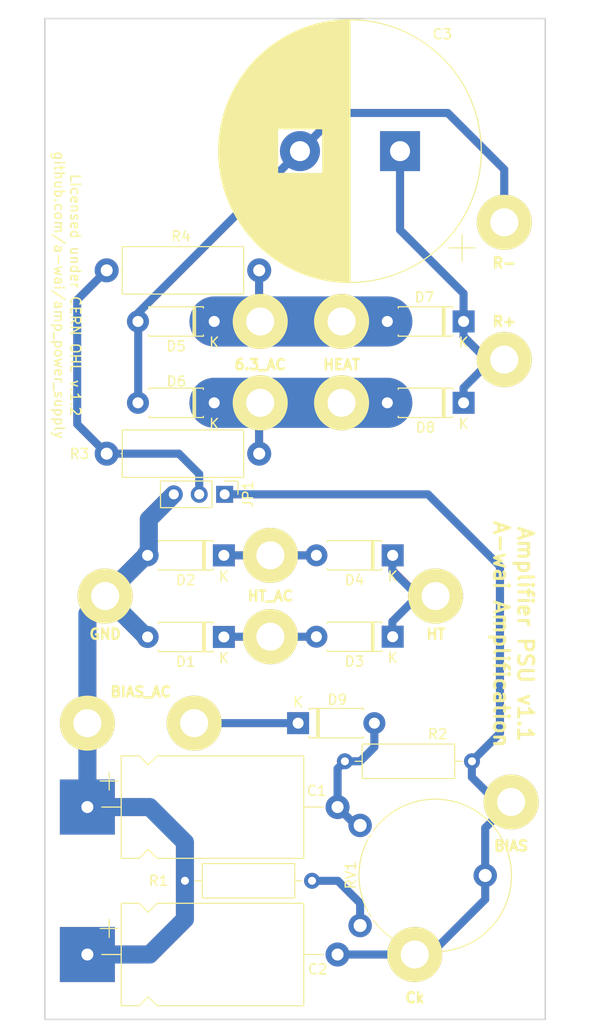
<source format=kicad_pcb>
(kicad_pcb (version 20171130) (host pcbnew 5.0.2+dfsg1-1)

  (general
    (thickness 1.6)
    (drawings 6)
    (tracks 165)
    (zones 0)
    (modules 38)
    (nets 14)
  )

  (page A4)
  (layers
    (0 F.Cu signal)
    (31 B.Cu signal)
    (32 B.Adhes user)
    (33 F.Adhes user)
    (34 B.Paste user)
    (35 F.Paste user)
    (36 B.SilkS user)
    (37 F.SilkS user)
    (38 B.Mask user)
    (39 F.Mask user)
    (40 Dwgs.User user)
    (41 Cmts.User user)
    (42 Eco1.User user)
    (43 Eco2.User user)
    (44 Edge.Cuts user)
    (45 Margin user)
    (46 B.CrtYd user)
    (47 F.CrtYd user hide)
    (48 B.Fab user)
    (49 F.Fab user)
  )

  (setup
    (last_trace_width 0.8)
    (trace_clearance 0.8)
    (zone_clearance 0.508)
    (zone_45_only no)
    (trace_min 0.5)
    (segment_width 0.2)
    (edge_width 0.15)
    (via_size 0.8)
    (via_drill 0.6)
    (via_min_size 0.8)
    (via_min_drill 0.3)
    (uvia_size 0.3)
    (uvia_drill 0.1)
    (uvias_allowed no)
    (uvia_min_size 0.2)
    (uvia_min_drill 0.1)
    (pcb_text_width 0.3)
    (pcb_text_size 1.5 1.5)
    (mod_edge_width 0.15)
    (mod_text_size 1 1)
    (mod_text_width 0.15)
    (pad_size 5.5 5.5)
    (pad_drill 2.8)
    (pad_to_mask_clearance 0.2)
    (solder_mask_min_width 0.25)
    (aux_axis_origin 0 0)
    (visible_elements FFFFFF7F)
    (pcbplotparams
      (layerselection 0x010f0_80000001)
      (usegerberextensions true)
      (usegerberattributes false)
      (usegerberadvancedattributes false)
      (creategerberjobfile false)
      (excludeedgelayer true)
      (linewidth 0.100000)
      (plotframeref false)
      (viasonmask false)
      (mode 1)
      (useauxorigin false)
      (hpglpennumber 1)
      (hpglpenspeed 20)
      (hpglpendiameter 15.000000)
      (psnegative false)
      (psa4output false)
      (plotreference true)
      (plotvalue true)
      (plotinvisibletext false)
      (padsonsilk false)
      (subtractmaskfromsilk false)
      (outputformat 1)
      (mirror false)
      (drillshape 0)
      (scaleselection 1)
      (outputdirectory "Gerber/"))
  )

  (net 0 "")
  (net 1 GND)
  (net 2 "Net-(C1-Pad2)")
  (net 3 /Vbias)
  (net 4 "Net-(C3-Pad1)")
  (net 5 "Net-(C3-Pad2)")
  (net 6 "Net-(JP1-Pad2)")
  (net 7 "Net-(R1-Pad2)")
  (net 8 /HEAT2)
  (net 9 /HEAT1)
  (net 10 /HT1)
  (net 11 /HT2)
  (net 12 /HT)
  (net 13 "Net-(D9-Pad1)")

  (net_class Default "This is the default net class."
    (clearance 0.8)
    (trace_width 0.8)
    (via_dia 0.8)
    (via_drill 0.6)
    (uvia_dia 0.3)
    (uvia_drill 0.1)
    (add_net /Vbias)
    (add_net "Net-(C1-Pad2)")
    (add_net "Net-(C3-Pad1)")
    (add_net "Net-(C3-Pad2)")
    (add_net "Net-(D9-Pad1)")
    (add_net "Net-(JP1-Pad2)")
    (add_net "Net-(R1-Pad2)")
  )

  (net_class GND ""
    (clearance 0.8)
    (trace_width 1.8)
    (via_dia 0.8)
    (via_drill 0.6)
    (uvia_dia 0.3)
    (uvia_drill 0.1)
    (add_net GND)
  )

  (net_class HEAT ""
    (clearance 0.8)
    (trace_width 5)
    (via_dia 0.8)
    (via_drill 0.6)
    (uvia_dia 0.3)
    (uvia_drill 0.1)
    (add_net /HEAT1)
    (add_net /HEAT2)
  )

  (net_class HT ""
    (clearance 2.5)
    (trace_width 0.8)
    (via_dia 0.8)
    (via_drill 0.6)
    (uvia_dia 0.3)
    (uvia_drill 0.1)
    (add_net /HT)
    (add_net /HT1)
    (add_net /HT2)
  )

  (module MountingHole:MountingHole_3.2mm_M3 (layer F.Cu) (tedit 5C88DF9C) (tstamp 5CB7A9B8)
    (at 80 136)
    (descr "Mounting Hole 3.2mm, no annular, M3")
    (tags "mounting hole 3.2mm no annular m3")
    (attr virtual)
    (fp_text reference REF** (at 0 -4.2) (layer F.Fab) hide
      (effects (font (size 1 1) (thickness 0.15)))
    )
    (fp_text value MountingHole_3.2mm_M3 (at 0 4.2) (layer F.Fab)
      (effects (font (size 1 1) (thickness 0.15)))
    )
    (fp_text user %R (at 0.3 0) (layer F.Fab)
      (effects (font (size 1 1) (thickness 0.15)))
    )
    (fp_circle (center 0 0) (end 3.2 0) (layer Cmts.User) (width 0.15))
    (fp_circle (center 0 0) (end 3.45 0) (layer F.CrtYd) (width 0.05))
    (pad "" np_thru_hole circle (at 0 0) (size 3.2 3.2) (drill 3.2) (layers *.Cu *.Mask)
      (clearance 2))
  )

  (module MountingHole:MountingHole_3.2mm_M3 (layer F.Cu) (tedit 5C88DF9C) (tstamp 5CB7A9AA)
    (at 120 145)
    (descr "Mounting Hole 3.2mm, no annular, M3")
    (tags "mounting hole 3.2mm no annular m3")
    (attr virtual)
    (fp_text reference REF** (at 0 -4.2) (layer F.Fab) hide
      (effects (font (size 1 1) (thickness 0.15)))
    )
    (fp_text value MountingHole_3.2mm_M3 (at 0 4.2) (layer F.Fab)
      (effects (font (size 1 1) (thickness 0.15)))
    )
    (fp_circle (center 0 0) (end 3.45 0) (layer F.CrtYd) (width 0.05))
    (fp_circle (center 0 0) (end 3.2 0) (layer Cmts.User) (width 0.15))
    (fp_text user %R (at 0.3 0) (layer F.Fab)
      (effects (font (size 1 1) (thickness 0.15)))
    )
    (pad "" np_thru_hole circle (at 0 0) (size 3.2 3.2) (drill 3.2) (layers *.Cu *.Mask)
      (clearance 2))
  )

  (module MountingHole:MountingHole_3.2mm_M3 (layer F.Cu) (tedit 5C88DF9C) (tstamp 5CB7A99C)
    (at 80 55)
    (descr "Mounting Hole 3.2mm, no annular, M3")
    (tags "mounting hole 3.2mm no annular m3")
    (attr virtual)
    (fp_text reference REF** (at 0 -4.2) (layer F.Fab) hide
      (effects (font (size 1 1) (thickness 0.15)))
    )
    (fp_text value MountingHole_3.2mm_M3 (at 0 4.2) (layer F.Fab)
      (effects (font (size 1 1) (thickness 0.15)))
    )
    (fp_text user %R (at 0.3 0) (layer F.Fab)
      (effects (font (size 1 1) (thickness 0.15)))
    )
    (fp_circle (center 0 0) (end 3.2 0) (layer Cmts.User) (width 0.15))
    (fp_circle (center 0 0) (end 3.45 0) (layer F.CrtYd) (width 0.05))
    (pad "" np_thru_hole circle (at 0 0) (size 3.2 3.2) (drill 3.2) (layers *.Cu *.Mask)
      (clearance 2))
  )

  (module MountingHole:MountingHole_3.2mm_M3 (layer F.Cu) (tedit 5C88DF9C) (tstamp 5CB7A98E)
    (at 120 55)
    (descr "Mounting Hole 3.2mm, no annular, M3")
    (tags "mounting hole 3.2mm no annular m3")
    (attr virtual)
    (fp_text reference REF** (at 0 -4.2) (layer F.Fab) hide
      (effects (font (size 1 1) (thickness 0.15)))
    )
    (fp_text value MountingHole_3.2mm_M3 (at 0 4.2) (layer F.Fab)
      (effects (font (size 1 1) (thickness 0.15)))
    )
    (fp_circle (center 0 0) (end 3.45 0) (layer F.CrtYd) (width 0.05))
    (fp_circle (center 0 0) (end 3.2 0) (layer Cmts.User) (width 0.15))
    (fp_text user %R (at 0.3 0) (layer F.Fab)
      (effects (font (size 1 1) (thickness 0.15)))
    )
    (pad "" np_thru_hole circle (at 0 0) (size 3.2 3.2) (drill 3.2) (layers *.Cu *.Mask)
      (clearance 2))
  )

  (module MountingHole:MountingHole_3.2mm_M3 (layer F.Cu) (tedit 5C88DF9C) (tstamp 5CB7A980)
    (at 120 95)
    (descr "Mounting Hole 3.2mm, no annular, M3")
    (tags "mounting hole 3.2mm no annular m3")
    (attr virtual)
    (fp_text reference REF** (at 0 -4.2) (layer F.Fab) hide
      (effects (font (size 1 1) (thickness 0.15)))
    )
    (fp_text value MountingHole_3.2mm_M3 (at 0 4.2) (layer F.Fab)
      (effects (font (size 1 1) (thickness 0.15)))
    )
    (fp_text user %R (at 0.3 0) (layer F.Fab)
      (effects (font (size 1 1) (thickness 0.15)))
    )
    (fp_circle (center 0 0) (end 3.2 0) (layer Cmts.User) (width 0.15))
    (fp_circle (center 0 0) (end 3.45 0) (layer F.CrtYd) (width 0.05))
    (pad "" np_thru_hole circle (at 0 0) (size 3.2 3.2) (drill 3.2) (layers *.Cu *.Mask)
      (clearance 2))
  )

  (module Capacitor_THT:CP_Radial_D26.0mm_P10.00mm_SnapIn (layer F.Cu) (tedit 5C88DE16) (tstamp 57BFF978)
    (at 110.49 63.246 180)
    (descr "CP, Radial series, Radial, pin pitch=10.00mm, , diameter=26mm, Electrolytic Capacitor, , http://www.vishay.com/docs/28342/058059pll-si.pdf")
    (tags "CP Radial series Radial pin pitch 10.00mm  diameter 26mm Electrolytic Capacitor")
    (path /57BE06A7)
    (fp_text reference C3 (at -4.2164 11.684 180) (layer F.SilkS)
      (effects (font (size 1 1) (thickness 0.15)))
    )
    (fp_text value 10000µ/16V (at 5 14.25 180) (layer F.Fab)
      (effects (font (size 1 1) (thickness 0.15)))
    )
    (fp_text user %R (at 5 0 180) (layer F.Fab)
      (effects (font (size 1 1) (thickness 0.15)))
    )
    (fp_line (start -6.189834 -10.9664) (end -6.189834 -8.3664) (layer F.SilkS) (width 0.12))
    (fp_line (start -7.489834 -9.6664) (end -4.889834 -9.6664) (layer F.SilkS) (width 0.12))
    (fp_line (start 18.12 -0.04) (end 18.12 0.04) (layer F.SilkS) (width 0.12))
    (fp_line (start 18.08 -0.984) (end 18.08 0.984) (layer F.SilkS) (width 0.12))
    (fp_line (start 18.04 -1.407) (end 18.04 1.407) (layer F.SilkS) (width 0.12))
    (fp_line (start 18 -1.731) (end 18 1.731) (layer F.SilkS) (width 0.12))
    (fp_line (start 17.96 -2.003) (end 17.96 2.003) (layer F.SilkS) (width 0.12))
    (fp_line (start 17.92 -2.243) (end 17.92 2.243) (layer F.SilkS) (width 0.12))
    (fp_line (start 17.88 -2.458) (end 17.88 2.458) (layer F.SilkS) (width 0.12))
    (fp_line (start 17.84 -2.657) (end 17.84 2.657) (layer F.SilkS) (width 0.12))
    (fp_line (start 17.8 -2.841) (end 17.8 2.841) (layer F.SilkS) (width 0.12))
    (fp_line (start 17.76 -3.013) (end 17.76 3.013) (layer F.SilkS) (width 0.12))
    (fp_line (start 17.72 -3.175) (end 17.72 3.175) (layer F.SilkS) (width 0.12))
    (fp_line (start 17.68 -3.33) (end 17.68 3.33) (layer F.SilkS) (width 0.12))
    (fp_line (start 17.64 -3.477) (end 17.64 3.477) (layer F.SilkS) (width 0.12))
    (fp_line (start 17.6 -3.618) (end 17.6 3.618) (layer F.SilkS) (width 0.12))
    (fp_line (start 17.56 -3.753) (end 17.56 3.753) (layer F.SilkS) (width 0.12))
    (fp_line (start 17.52 -3.883) (end 17.52 3.883) (layer F.SilkS) (width 0.12))
    (fp_line (start 17.48 -4.008) (end 17.48 4.008) (layer F.SilkS) (width 0.12))
    (fp_line (start 17.44 -4.13) (end 17.44 4.13) (layer F.SilkS) (width 0.12))
    (fp_line (start 17.4 -4.247) (end 17.4 4.247) (layer F.SilkS) (width 0.12))
    (fp_line (start 17.36 -4.361) (end 17.36 4.361) (layer F.SilkS) (width 0.12))
    (fp_line (start 17.32 -4.472) (end 17.32 4.472) (layer F.SilkS) (width 0.12))
    (fp_line (start 17.28 -4.58) (end 17.28 4.58) (layer F.SilkS) (width 0.12))
    (fp_line (start 17.24 -4.685) (end 17.24 4.685) (layer F.SilkS) (width 0.12))
    (fp_line (start 17.2 -4.787) (end 17.2 4.787) (layer F.SilkS) (width 0.12))
    (fp_line (start 17.16 -4.887) (end 17.16 4.887) (layer F.SilkS) (width 0.12))
    (fp_line (start 17.12 -4.984) (end 17.12 4.984) (layer F.SilkS) (width 0.12))
    (fp_line (start 17.08 -5.08) (end 17.08 5.08) (layer F.SilkS) (width 0.12))
    (fp_line (start 17.04 -5.173) (end 17.04 5.173) (layer F.SilkS) (width 0.12))
    (fp_line (start 17 -5.265) (end 17 5.265) (layer F.SilkS) (width 0.12))
    (fp_line (start 16.96 -5.354) (end 16.96 5.354) (layer F.SilkS) (width 0.12))
    (fp_line (start 16.92 -5.442) (end 16.92 5.442) (layer F.SilkS) (width 0.12))
    (fp_line (start 16.88 -5.528) (end 16.88 5.528) (layer F.SilkS) (width 0.12))
    (fp_line (start 16.84 -5.613) (end 16.84 5.613) (layer F.SilkS) (width 0.12))
    (fp_line (start 16.8 -5.696) (end 16.8 5.696) (layer F.SilkS) (width 0.12))
    (fp_line (start 16.76 -5.777) (end 16.76 5.777) (layer F.SilkS) (width 0.12))
    (fp_line (start 16.72 -5.858) (end 16.72 5.858) (layer F.SilkS) (width 0.12))
    (fp_line (start 16.68 -5.936) (end 16.68 5.936) (layer F.SilkS) (width 0.12))
    (fp_line (start 16.64 -6.014) (end 16.64 6.014) (layer F.SilkS) (width 0.12))
    (fp_line (start 16.6 -6.09) (end 16.6 6.09) (layer F.SilkS) (width 0.12))
    (fp_line (start 16.56 -6.165) (end 16.56 6.165) (layer F.SilkS) (width 0.12))
    (fp_line (start 16.52 -6.239) (end 16.52 6.239) (layer F.SilkS) (width 0.12))
    (fp_line (start 16.48 -6.312) (end 16.48 6.312) (layer F.SilkS) (width 0.12))
    (fp_line (start 16.44 -6.384) (end 16.44 6.384) (layer F.SilkS) (width 0.12))
    (fp_line (start 16.4 -6.455) (end 16.4 6.455) (layer F.SilkS) (width 0.12))
    (fp_line (start 16.36 -6.524) (end 16.36 6.524) (layer F.SilkS) (width 0.12))
    (fp_line (start 16.32 -6.593) (end 16.32 6.593) (layer F.SilkS) (width 0.12))
    (fp_line (start 16.28 -6.661) (end 16.28 6.661) (layer F.SilkS) (width 0.12))
    (fp_line (start 16.24 -6.728) (end 16.24 6.728) (layer F.SilkS) (width 0.12))
    (fp_line (start 16.2 -6.794) (end 16.2 6.794) (layer F.SilkS) (width 0.12))
    (fp_line (start 16.16 -6.859) (end 16.16 6.859) (layer F.SilkS) (width 0.12))
    (fp_line (start 16.12 -6.923) (end 16.12 6.923) (layer F.SilkS) (width 0.12))
    (fp_line (start 16.08 -6.987) (end 16.08 6.987) (layer F.SilkS) (width 0.12))
    (fp_line (start 16.04 -7.049) (end 16.04 7.049) (layer F.SilkS) (width 0.12))
    (fp_line (start 16 -7.111) (end 16 7.111) (layer F.SilkS) (width 0.12))
    (fp_line (start 15.96 -7.172) (end 15.96 7.172) (layer F.SilkS) (width 0.12))
    (fp_line (start 15.92 -7.233) (end 15.92 7.233) (layer F.SilkS) (width 0.12))
    (fp_line (start 15.88 -7.293) (end 15.88 7.293) (layer F.SilkS) (width 0.12))
    (fp_line (start 15.84 -7.352) (end 15.84 7.352) (layer F.SilkS) (width 0.12))
    (fp_line (start 15.8 -7.41) (end 15.8 7.41) (layer F.SilkS) (width 0.12))
    (fp_line (start 15.76 -7.468) (end 15.76 7.468) (layer F.SilkS) (width 0.12))
    (fp_line (start 15.72 -7.525) (end 15.72 7.525) (layer F.SilkS) (width 0.12))
    (fp_line (start 15.68 -7.581) (end 15.68 7.581) (layer F.SilkS) (width 0.12))
    (fp_line (start 15.64 -7.637) (end 15.64 7.637) (layer F.SilkS) (width 0.12))
    (fp_line (start 15.6 -7.692) (end 15.6 7.692) (layer F.SilkS) (width 0.12))
    (fp_line (start 15.56 -7.746) (end 15.56 7.746) (layer F.SilkS) (width 0.12))
    (fp_line (start 15.52 -7.8) (end 15.52 7.8) (layer F.SilkS) (width 0.12))
    (fp_line (start 15.48 -7.854) (end 15.48 7.854) (layer F.SilkS) (width 0.12))
    (fp_line (start 15.44 -7.907) (end 15.44 7.907) (layer F.SilkS) (width 0.12))
    (fp_line (start 15.4 -7.959) (end 15.4 7.959) (layer F.SilkS) (width 0.12))
    (fp_line (start 15.36 -8.011) (end 15.36 8.011) (layer F.SilkS) (width 0.12))
    (fp_line (start 15.32 -8.062) (end 15.32 8.062) (layer F.SilkS) (width 0.12))
    (fp_line (start 15.28 -8.113) (end 15.28 8.113) (layer F.SilkS) (width 0.12))
    (fp_line (start 15.24 -8.163) (end 15.24 8.163) (layer F.SilkS) (width 0.12))
    (fp_line (start 15.2 -8.212) (end 15.2 8.212) (layer F.SilkS) (width 0.12))
    (fp_line (start 15.16 -8.262) (end 15.16 8.262) (layer F.SilkS) (width 0.12))
    (fp_line (start 15.12 -8.31) (end 15.12 8.31) (layer F.SilkS) (width 0.12))
    (fp_line (start 15.08 -8.359) (end 15.08 8.359) (layer F.SilkS) (width 0.12))
    (fp_line (start 15.04 -8.406) (end 15.04 8.406) (layer F.SilkS) (width 0.12))
    (fp_line (start 15 -8.454) (end 15 8.454) (layer F.SilkS) (width 0.12))
    (fp_line (start 14.96 -8.501) (end 14.96 8.501) (layer F.SilkS) (width 0.12))
    (fp_line (start 14.92 -8.547) (end 14.92 8.547) (layer F.SilkS) (width 0.12))
    (fp_line (start 14.88 -8.593) (end 14.88 8.593) (layer F.SilkS) (width 0.12))
    (fp_line (start 14.84 -8.639) (end 14.84 8.639) (layer F.SilkS) (width 0.12))
    (fp_line (start 14.8 -8.684) (end 14.8 8.684) (layer F.SilkS) (width 0.12))
    (fp_line (start 14.76 -8.728) (end 14.76 8.728) (layer F.SilkS) (width 0.12))
    (fp_line (start 14.72 -8.773) (end 14.72 8.773) (layer F.SilkS) (width 0.12))
    (fp_line (start 14.68 -8.817) (end 14.68 8.817) (layer F.SilkS) (width 0.12))
    (fp_line (start 14.64 -8.86) (end 14.64 8.86) (layer F.SilkS) (width 0.12))
    (fp_line (start 14.6 -8.903) (end 14.6 8.903) (layer F.SilkS) (width 0.12))
    (fp_line (start 14.56 -8.946) (end 14.56 8.946) (layer F.SilkS) (width 0.12))
    (fp_line (start 14.52 -8.988) (end 14.52 8.988) (layer F.SilkS) (width 0.12))
    (fp_line (start 14.48 -9.03) (end 14.48 9.03) (layer F.SilkS) (width 0.12))
    (fp_line (start 14.44 -9.072) (end 14.44 9.072) (layer F.SilkS) (width 0.12))
    (fp_line (start 14.4 -9.113) (end 14.4 9.113) (layer F.SilkS) (width 0.12))
    (fp_line (start 14.36 -9.154) (end 14.36 9.154) (layer F.SilkS) (width 0.12))
    (fp_line (start 14.32 -9.195) (end 14.32 9.195) (layer F.SilkS) (width 0.12))
    (fp_line (start 14.28 -9.235) (end 14.28 9.235) (layer F.SilkS) (width 0.12))
    (fp_line (start 14.24 -9.275) (end 14.24 9.275) (layer F.SilkS) (width 0.12))
    (fp_line (start 14.2 -9.314) (end 14.2 9.314) (layer F.SilkS) (width 0.12))
    (fp_line (start 14.16 -9.354) (end 14.16 9.354) (layer F.SilkS) (width 0.12))
    (fp_line (start 14.12 -9.392) (end 14.12 9.392) (layer F.SilkS) (width 0.12))
    (fp_line (start 14.08 -9.431) (end 14.08 9.431) (layer F.SilkS) (width 0.12))
    (fp_line (start 14.04 -9.469) (end 14.04 9.469) (layer F.SilkS) (width 0.12))
    (fp_line (start 14 -9.507) (end 14 9.507) (layer F.SilkS) (width 0.12))
    (fp_line (start 13.96 -9.544) (end 13.96 9.544) (layer F.SilkS) (width 0.12))
    (fp_line (start 13.92 -9.582) (end 13.92 9.582) (layer F.SilkS) (width 0.12))
    (fp_line (start 13.88 -9.619) (end 13.88 9.619) (layer F.SilkS) (width 0.12))
    (fp_line (start 13.84 -9.655) (end 13.84 9.655) (layer F.SilkS) (width 0.12))
    (fp_line (start 13.8 -9.692) (end 13.8 9.692) (layer F.SilkS) (width 0.12))
    (fp_line (start 13.76 -9.728) (end 13.76 9.728) (layer F.SilkS) (width 0.12))
    (fp_line (start 13.72 -9.763) (end 13.72 9.763) (layer F.SilkS) (width 0.12))
    (fp_line (start 13.68 -9.799) (end 13.68 9.799) (layer F.SilkS) (width 0.12))
    (fp_line (start 13.64 -9.834) (end 13.64 9.834) (layer F.SilkS) (width 0.12))
    (fp_line (start 13.6 -9.869) (end 13.6 9.869) (layer F.SilkS) (width 0.12))
    (fp_line (start 13.56 -9.903) (end 13.56 9.903) (layer F.SilkS) (width 0.12))
    (fp_line (start 13.52 -9.938) (end 13.52 9.938) (layer F.SilkS) (width 0.12))
    (fp_line (start 13.48 -9.972) (end 13.48 9.972) (layer F.SilkS) (width 0.12))
    (fp_line (start 13.44 -10.005) (end 13.44 10.005) (layer F.SilkS) (width 0.12))
    (fp_line (start 13.4 -10.039) (end 13.4 10.039) (layer F.SilkS) (width 0.12))
    (fp_line (start 13.36 -10.072) (end 13.36 10.072) (layer F.SilkS) (width 0.12))
    (fp_line (start 13.32 -10.105) (end 13.32 10.105) (layer F.SilkS) (width 0.12))
    (fp_line (start 13.28 -10.138) (end 13.28 10.138) (layer F.SilkS) (width 0.12))
    (fp_line (start 13.24 -10.17) (end 13.24 10.17) (layer F.SilkS) (width 0.12))
    (fp_line (start 13.2 -10.202) (end 13.2 10.202) (layer F.SilkS) (width 0.12))
    (fp_line (start 13.161 -10.234) (end 13.161 10.234) (layer F.SilkS) (width 0.12))
    (fp_line (start 13.121 -10.266) (end 13.121 10.266) (layer F.SilkS) (width 0.12))
    (fp_line (start 13.081 -10.297) (end 13.081 10.297) (layer F.SilkS) (width 0.12))
    (fp_line (start 13.041 -10.328) (end 13.041 10.328) (layer F.SilkS) (width 0.12))
    (fp_line (start 13.001 -10.359) (end 13.001 10.359) (layer F.SilkS) (width 0.12))
    (fp_line (start 12.961 -10.39) (end 12.961 10.39) (layer F.SilkS) (width 0.12))
    (fp_line (start 12.921 -10.42) (end 12.921 10.42) (layer F.SilkS) (width 0.12))
    (fp_line (start 12.881 -10.45) (end 12.881 10.45) (layer F.SilkS) (width 0.12))
    (fp_line (start 12.841 -10.48) (end 12.841 10.48) (layer F.SilkS) (width 0.12))
    (fp_line (start 12.801 -10.51) (end 12.801 10.51) (layer F.SilkS) (width 0.12))
    (fp_line (start 12.761 -10.54) (end 12.761 10.54) (layer F.SilkS) (width 0.12))
    (fp_line (start 12.721 -10.569) (end 12.721 10.569) (layer F.SilkS) (width 0.12))
    (fp_line (start 12.681 -10.598) (end 12.681 10.598) (layer F.SilkS) (width 0.12))
    (fp_line (start 12.641 -10.627) (end 12.641 10.627) (layer F.SilkS) (width 0.12))
    (fp_line (start 12.601 -10.655) (end 12.601 10.655) (layer F.SilkS) (width 0.12))
    (fp_line (start 12.561 -10.683) (end 12.561 10.683) (layer F.SilkS) (width 0.12))
    (fp_line (start 12.521 -10.711) (end 12.521 10.711) (layer F.SilkS) (width 0.12))
    (fp_line (start 12.481 -10.739) (end 12.481 10.739) (layer F.SilkS) (width 0.12))
    (fp_line (start 12.441 -10.767) (end 12.441 10.767) (layer F.SilkS) (width 0.12))
    (fp_line (start 12.401 -10.794) (end 12.401 10.794) (layer F.SilkS) (width 0.12))
    (fp_line (start 12.361 -10.822) (end 12.361 10.822) (layer F.SilkS) (width 0.12))
    (fp_line (start 12.321 -10.849) (end 12.321 10.849) (layer F.SilkS) (width 0.12))
    (fp_line (start 12.281 -10.875) (end 12.281 10.875) (layer F.SilkS) (width 0.12))
    (fp_line (start 12.241 -10.902) (end 12.241 10.902) (layer F.SilkS) (width 0.12))
    (fp_line (start 12.201 2.24) (end 12.201 10.928) (layer F.SilkS) (width 0.12))
    (fp_line (start 12.201 -10.928) (end 12.201 -2.24) (layer F.SilkS) (width 0.12))
    (fp_line (start 12.161 2.24) (end 12.161 10.955) (layer F.SilkS) (width 0.12))
    (fp_line (start 12.161 -10.955) (end 12.161 -2.24) (layer F.SilkS) (width 0.12))
    (fp_line (start 12.121 2.24) (end 12.121 10.98) (layer F.SilkS) (width 0.12))
    (fp_line (start 12.121 -10.98) (end 12.121 -2.24) (layer F.SilkS) (width 0.12))
    (fp_line (start 12.081 2.24) (end 12.081 11.006) (layer F.SilkS) (width 0.12))
    (fp_line (start 12.081 -11.006) (end 12.081 -2.24) (layer F.SilkS) (width 0.12))
    (fp_line (start 12.041 2.24) (end 12.041 11.032) (layer F.SilkS) (width 0.12))
    (fp_line (start 12.041 -11.032) (end 12.041 -2.24) (layer F.SilkS) (width 0.12))
    (fp_line (start 12.001 2.24) (end 12.001 11.057) (layer F.SilkS) (width 0.12))
    (fp_line (start 12.001 -11.057) (end 12.001 -2.24) (layer F.SilkS) (width 0.12))
    (fp_line (start 11.961 2.24) (end 11.961 11.082) (layer F.SilkS) (width 0.12))
    (fp_line (start 11.961 -11.082) (end 11.961 -2.24) (layer F.SilkS) (width 0.12))
    (fp_line (start 11.921 2.24) (end 11.921 11.107) (layer F.SilkS) (width 0.12))
    (fp_line (start 11.921 -11.107) (end 11.921 -2.24) (layer F.SilkS) (width 0.12))
    (fp_line (start 11.881 2.24) (end 11.881 11.132) (layer F.SilkS) (width 0.12))
    (fp_line (start 11.881 -11.132) (end 11.881 -2.24) (layer F.SilkS) (width 0.12))
    (fp_line (start 11.841 2.24) (end 11.841 11.156) (layer F.SilkS) (width 0.12))
    (fp_line (start 11.841 -11.156) (end 11.841 -2.24) (layer F.SilkS) (width 0.12))
    (fp_line (start 11.801 2.24) (end 11.801 11.181) (layer F.SilkS) (width 0.12))
    (fp_line (start 11.801 -11.181) (end 11.801 -2.24) (layer F.SilkS) (width 0.12))
    (fp_line (start 11.761 2.24) (end 11.761 11.205) (layer F.SilkS) (width 0.12))
    (fp_line (start 11.761 -11.205) (end 11.761 -2.24) (layer F.SilkS) (width 0.12))
    (fp_line (start 11.721 2.24) (end 11.721 11.229) (layer F.SilkS) (width 0.12))
    (fp_line (start 11.721 -11.229) (end 11.721 -2.24) (layer F.SilkS) (width 0.12))
    (fp_line (start 11.681 2.24) (end 11.681 11.253) (layer F.SilkS) (width 0.12))
    (fp_line (start 11.681 -11.253) (end 11.681 -2.24) (layer F.SilkS) (width 0.12))
    (fp_line (start 11.641 2.24) (end 11.641 11.276) (layer F.SilkS) (width 0.12))
    (fp_line (start 11.641 -11.276) (end 11.641 -2.24) (layer F.SilkS) (width 0.12))
    (fp_line (start 11.601 2.24) (end 11.601 11.3) (layer F.SilkS) (width 0.12))
    (fp_line (start 11.601 -11.3) (end 11.601 -2.24) (layer F.SilkS) (width 0.12))
    (fp_line (start 11.561 2.24) (end 11.561 11.323) (layer F.SilkS) (width 0.12))
    (fp_line (start 11.561 -11.323) (end 11.561 -2.24) (layer F.SilkS) (width 0.12))
    (fp_line (start 11.521 2.24) (end 11.521 11.346) (layer F.SilkS) (width 0.12))
    (fp_line (start 11.521 -11.346) (end 11.521 -2.24) (layer F.SilkS) (width 0.12))
    (fp_line (start 11.481 2.24) (end 11.481 11.369) (layer F.SilkS) (width 0.12))
    (fp_line (start 11.481 -11.369) (end 11.481 -2.24) (layer F.SilkS) (width 0.12))
    (fp_line (start 11.441 2.24) (end 11.441 11.391) (layer F.SilkS) (width 0.12))
    (fp_line (start 11.441 -11.391) (end 11.441 -2.24) (layer F.SilkS) (width 0.12))
    (fp_line (start 11.401 2.24) (end 11.401 11.414) (layer F.SilkS) (width 0.12))
    (fp_line (start 11.401 -11.414) (end 11.401 -2.24) (layer F.SilkS) (width 0.12))
    (fp_line (start 11.361 2.24) (end 11.361 11.436) (layer F.SilkS) (width 0.12))
    (fp_line (start 11.361 -11.436) (end 11.361 -2.24) (layer F.SilkS) (width 0.12))
    (fp_line (start 11.321 2.24) (end 11.321 11.458) (layer F.SilkS) (width 0.12))
    (fp_line (start 11.321 -11.458) (end 11.321 -2.24) (layer F.SilkS) (width 0.12))
    (fp_line (start 11.281 2.24) (end 11.281 11.48) (layer F.SilkS) (width 0.12))
    (fp_line (start 11.281 -11.48) (end 11.281 -2.24) (layer F.SilkS) (width 0.12))
    (fp_line (start 11.241 2.24) (end 11.241 11.502) (layer F.SilkS) (width 0.12))
    (fp_line (start 11.241 -11.502) (end 11.241 -2.24) (layer F.SilkS) (width 0.12))
    (fp_line (start 11.201 2.24) (end 11.201 11.523) (layer F.SilkS) (width 0.12))
    (fp_line (start 11.201 -11.523) (end 11.201 -2.24) (layer F.SilkS) (width 0.12))
    (fp_line (start 11.161 2.24) (end 11.161 11.544) (layer F.SilkS) (width 0.12))
    (fp_line (start 11.161 -11.544) (end 11.161 -2.24) (layer F.SilkS) (width 0.12))
    (fp_line (start 11.121 2.24) (end 11.121 11.566) (layer F.SilkS) (width 0.12))
    (fp_line (start 11.121 -11.566) (end 11.121 -2.24) (layer F.SilkS) (width 0.12))
    (fp_line (start 11.081 2.24) (end 11.081 11.587) (layer F.SilkS) (width 0.12))
    (fp_line (start 11.081 -11.587) (end 11.081 -2.24) (layer F.SilkS) (width 0.12))
    (fp_line (start 11.041 2.24) (end 11.041 11.608) (layer F.SilkS) (width 0.12))
    (fp_line (start 11.041 -11.608) (end 11.041 -2.24) (layer F.SilkS) (width 0.12))
    (fp_line (start 11.001 2.24) (end 11.001 11.628) (layer F.SilkS) (width 0.12))
    (fp_line (start 11.001 -11.628) (end 11.001 -2.24) (layer F.SilkS) (width 0.12))
    (fp_line (start 10.961 2.24) (end 10.961 11.649) (layer F.SilkS) (width 0.12))
    (fp_line (start 10.961 -11.649) (end 10.961 -2.24) (layer F.SilkS) (width 0.12))
    (fp_line (start 10.921 2.24) (end 10.921 11.669) (layer F.SilkS) (width 0.12))
    (fp_line (start 10.921 -11.669) (end 10.921 -2.24) (layer F.SilkS) (width 0.12))
    (fp_line (start 10.881 2.24) (end 10.881 11.689) (layer F.SilkS) (width 0.12))
    (fp_line (start 10.881 -11.689) (end 10.881 -2.24) (layer F.SilkS) (width 0.12))
    (fp_line (start 10.841 2.24) (end 10.841 11.709) (layer F.SilkS) (width 0.12))
    (fp_line (start 10.841 -11.709) (end 10.841 -2.24) (layer F.SilkS) (width 0.12))
    (fp_line (start 10.801 2.24) (end 10.801 11.729) (layer F.SilkS) (width 0.12))
    (fp_line (start 10.801 -11.729) (end 10.801 -2.24) (layer F.SilkS) (width 0.12))
    (fp_line (start 10.761 2.24) (end 10.761 11.748) (layer F.SilkS) (width 0.12))
    (fp_line (start 10.761 -11.748) (end 10.761 -2.24) (layer F.SilkS) (width 0.12))
    (fp_line (start 10.721 2.24) (end 10.721 11.768) (layer F.SilkS) (width 0.12))
    (fp_line (start 10.721 -11.768) (end 10.721 -2.24) (layer F.SilkS) (width 0.12))
    (fp_line (start 10.681 2.24) (end 10.681 11.787) (layer F.SilkS) (width 0.12))
    (fp_line (start 10.681 -11.787) (end 10.681 -2.24) (layer F.SilkS) (width 0.12))
    (fp_line (start 10.641 2.24) (end 10.641 11.806) (layer F.SilkS) (width 0.12))
    (fp_line (start 10.641 -11.806) (end 10.641 -2.24) (layer F.SilkS) (width 0.12))
    (fp_line (start 10.601 2.24) (end 10.601 11.825) (layer F.SilkS) (width 0.12))
    (fp_line (start 10.601 -11.825) (end 10.601 -2.24) (layer F.SilkS) (width 0.12))
    (fp_line (start 10.561 2.24) (end 10.561 11.844) (layer F.SilkS) (width 0.12))
    (fp_line (start 10.561 -11.844) (end 10.561 -2.24) (layer F.SilkS) (width 0.12))
    (fp_line (start 10.521 2.24) (end 10.521 11.863) (layer F.SilkS) (width 0.12))
    (fp_line (start 10.521 -11.863) (end 10.521 -2.24) (layer F.SilkS) (width 0.12))
    (fp_line (start 10.481 2.24) (end 10.481 11.881) (layer F.SilkS) (width 0.12))
    (fp_line (start 10.481 -11.881) (end 10.481 -2.24) (layer F.SilkS) (width 0.12))
    (fp_line (start 10.441 2.24) (end 10.441 11.9) (layer F.SilkS) (width 0.12))
    (fp_line (start 10.441 -11.9) (end 10.441 -2.24) (layer F.SilkS) (width 0.12))
    (fp_line (start 10.401 2.24) (end 10.401 11.918) (layer F.SilkS) (width 0.12))
    (fp_line (start 10.401 -11.918) (end 10.401 -2.24) (layer F.SilkS) (width 0.12))
    (fp_line (start 10.361 2.24) (end 10.361 11.936) (layer F.SilkS) (width 0.12))
    (fp_line (start 10.361 -11.936) (end 10.361 -2.24) (layer F.SilkS) (width 0.12))
    (fp_line (start 10.321 2.24) (end 10.321 11.953) (layer F.SilkS) (width 0.12))
    (fp_line (start 10.321 -11.953) (end 10.321 -2.24) (layer F.SilkS) (width 0.12))
    (fp_line (start 10.281 2.24) (end 10.281 11.971) (layer F.SilkS) (width 0.12))
    (fp_line (start 10.281 -11.971) (end 10.281 -2.24) (layer F.SilkS) (width 0.12))
    (fp_line (start 10.241 2.24) (end 10.241 11.989) (layer F.SilkS) (width 0.12))
    (fp_line (start 10.241 -11.989) (end 10.241 -2.24) (layer F.SilkS) (width 0.12))
    (fp_line (start 10.201 2.24) (end 10.201 12.006) (layer F.SilkS) (width 0.12))
    (fp_line (start 10.201 -12.006) (end 10.201 -2.24) (layer F.SilkS) (width 0.12))
    (fp_line (start 10.161 2.24) (end 10.161 12.023) (layer F.SilkS) (width 0.12))
    (fp_line (start 10.161 -12.023) (end 10.161 -2.24) (layer F.SilkS) (width 0.12))
    (fp_line (start 10.121 2.24) (end 10.121 12.04) (layer F.SilkS) (width 0.12))
    (fp_line (start 10.121 -12.04) (end 10.121 -2.24) (layer F.SilkS) (width 0.12))
    (fp_line (start 10.081 2.24) (end 10.081 12.057) (layer F.SilkS) (width 0.12))
    (fp_line (start 10.081 -12.057) (end 10.081 -2.24) (layer F.SilkS) (width 0.12))
    (fp_line (start 10.041 2.24) (end 10.041 12.074) (layer F.SilkS) (width 0.12))
    (fp_line (start 10.041 -12.074) (end 10.041 -2.24) (layer F.SilkS) (width 0.12))
    (fp_line (start 10.001 2.24) (end 10.001 12.09) (layer F.SilkS) (width 0.12))
    (fp_line (start 10.001 -12.09) (end 10.001 -2.24) (layer F.SilkS) (width 0.12))
    (fp_line (start 9.961 2.24) (end 9.961 12.107) (layer F.SilkS) (width 0.12))
    (fp_line (start 9.961 -12.107) (end 9.961 -2.24) (layer F.SilkS) (width 0.12))
    (fp_line (start 9.921 2.24) (end 9.921 12.123) (layer F.SilkS) (width 0.12))
    (fp_line (start 9.921 -12.123) (end 9.921 -2.24) (layer F.SilkS) (width 0.12))
    (fp_line (start 9.881 2.24) (end 9.881 12.139) (layer F.SilkS) (width 0.12))
    (fp_line (start 9.881 -12.139) (end 9.881 -2.24) (layer F.SilkS) (width 0.12))
    (fp_line (start 9.841 2.24) (end 9.841 12.155) (layer F.SilkS) (width 0.12))
    (fp_line (start 9.841 -12.155) (end 9.841 -2.24) (layer F.SilkS) (width 0.12))
    (fp_line (start 9.801 2.24) (end 9.801 12.171) (layer F.SilkS) (width 0.12))
    (fp_line (start 9.801 -12.171) (end 9.801 -2.24) (layer F.SilkS) (width 0.12))
    (fp_line (start 9.761 2.24) (end 9.761 12.187) (layer F.SilkS) (width 0.12))
    (fp_line (start 9.761 -12.187) (end 9.761 -2.24) (layer F.SilkS) (width 0.12))
    (fp_line (start 9.721 2.24) (end 9.721 12.202) (layer F.SilkS) (width 0.12))
    (fp_line (start 9.721 -12.202) (end 9.721 -2.24) (layer F.SilkS) (width 0.12))
    (fp_line (start 9.681 2.24) (end 9.681 12.217) (layer F.SilkS) (width 0.12))
    (fp_line (start 9.681 -12.217) (end 9.681 -2.24) (layer F.SilkS) (width 0.12))
    (fp_line (start 9.641 2.24) (end 9.641 12.233) (layer F.SilkS) (width 0.12))
    (fp_line (start 9.641 -12.233) (end 9.641 -2.24) (layer F.SilkS) (width 0.12))
    (fp_line (start 9.601 2.24) (end 9.601 12.248) (layer F.SilkS) (width 0.12))
    (fp_line (start 9.601 -12.248) (end 9.601 -2.24) (layer F.SilkS) (width 0.12))
    (fp_line (start 9.561 2.24) (end 9.561 12.263) (layer F.SilkS) (width 0.12))
    (fp_line (start 9.561 -12.263) (end 9.561 -2.24) (layer F.SilkS) (width 0.12))
    (fp_line (start 9.521 2.24) (end 9.521 12.277) (layer F.SilkS) (width 0.12))
    (fp_line (start 9.521 -12.277) (end 9.521 -2.24) (layer F.SilkS) (width 0.12))
    (fp_line (start 9.481 2.24) (end 9.481 12.292) (layer F.SilkS) (width 0.12))
    (fp_line (start 9.481 -12.292) (end 9.481 -2.24) (layer F.SilkS) (width 0.12))
    (fp_line (start 9.441 2.24) (end 9.441 12.306) (layer F.SilkS) (width 0.12))
    (fp_line (start 9.441 -12.306) (end 9.441 -2.24) (layer F.SilkS) (width 0.12))
    (fp_line (start 9.401 2.24) (end 9.401 12.321) (layer F.SilkS) (width 0.12))
    (fp_line (start 9.401 -12.321) (end 9.401 -2.24) (layer F.SilkS) (width 0.12))
    (fp_line (start 9.361 2.24) (end 9.361 12.335) (layer F.SilkS) (width 0.12))
    (fp_line (start 9.361 -12.335) (end 9.361 -2.24) (layer F.SilkS) (width 0.12))
    (fp_line (start 9.321 2.24) (end 9.321 12.349) (layer F.SilkS) (width 0.12))
    (fp_line (start 9.321 -12.349) (end 9.321 -2.24) (layer F.SilkS) (width 0.12))
    (fp_line (start 9.281 2.24) (end 9.281 12.363) (layer F.SilkS) (width 0.12))
    (fp_line (start 9.281 -12.363) (end 9.281 -2.24) (layer F.SilkS) (width 0.12))
    (fp_line (start 9.241 2.24) (end 9.241 12.376) (layer F.SilkS) (width 0.12))
    (fp_line (start 9.241 -12.376) (end 9.241 -2.24) (layer F.SilkS) (width 0.12))
    (fp_line (start 9.201 2.24) (end 9.201 12.39) (layer F.SilkS) (width 0.12))
    (fp_line (start 9.201 -12.39) (end 9.201 -2.24) (layer F.SilkS) (width 0.12))
    (fp_line (start 9.161 2.24) (end 9.161 12.404) (layer F.SilkS) (width 0.12))
    (fp_line (start 9.161 -12.404) (end 9.161 -2.24) (layer F.SilkS) (width 0.12))
    (fp_line (start 9.121 2.24) (end 9.121 12.417) (layer F.SilkS) (width 0.12))
    (fp_line (start 9.121 -12.417) (end 9.121 -2.24) (layer F.SilkS) (width 0.12))
    (fp_line (start 9.081 2.24) (end 9.081 12.43) (layer F.SilkS) (width 0.12))
    (fp_line (start 9.081 -12.43) (end 9.081 -2.24) (layer F.SilkS) (width 0.12))
    (fp_line (start 9.041 2.24) (end 9.041 12.443) (layer F.SilkS) (width 0.12))
    (fp_line (start 9.041 -12.443) (end 9.041 -2.24) (layer F.SilkS) (width 0.12))
    (fp_line (start 9.001 2.24) (end 9.001 12.456) (layer F.SilkS) (width 0.12))
    (fp_line (start 9.001 -12.456) (end 9.001 -2.24) (layer F.SilkS) (width 0.12))
    (fp_line (start 8.961 2.24) (end 8.961 12.469) (layer F.SilkS) (width 0.12))
    (fp_line (start 8.961 -12.469) (end 8.961 -2.24) (layer F.SilkS) (width 0.12))
    (fp_line (start 8.921 2.24) (end 8.921 12.481) (layer F.SilkS) (width 0.12))
    (fp_line (start 8.921 -12.481) (end 8.921 -2.24) (layer F.SilkS) (width 0.12))
    (fp_line (start 8.881 2.24) (end 8.881 12.494) (layer F.SilkS) (width 0.12))
    (fp_line (start 8.881 -12.494) (end 8.881 -2.24) (layer F.SilkS) (width 0.12))
    (fp_line (start 8.841 2.24) (end 8.841 12.506) (layer F.SilkS) (width 0.12))
    (fp_line (start 8.841 -12.506) (end 8.841 -2.24) (layer F.SilkS) (width 0.12))
    (fp_line (start 8.801 2.24) (end 8.801 12.518) (layer F.SilkS) (width 0.12))
    (fp_line (start 8.801 -12.518) (end 8.801 -2.24) (layer F.SilkS) (width 0.12))
    (fp_line (start 8.761 2.24) (end 8.761 12.53) (layer F.SilkS) (width 0.12))
    (fp_line (start 8.761 -12.53) (end 8.761 -2.24) (layer F.SilkS) (width 0.12))
    (fp_line (start 8.721 2.24) (end 8.721 12.542) (layer F.SilkS) (width 0.12))
    (fp_line (start 8.721 -12.542) (end 8.721 -2.24) (layer F.SilkS) (width 0.12))
    (fp_line (start 8.681 2.24) (end 8.681 12.554) (layer F.SilkS) (width 0.12))
    (fp_line (start 8.681 -12.554) (end 8.681 -2.24) (layer F.SilkS) (width 0.12))
    (fp_line (start 8.641 2.24) (end 8.641 12.565) (layer F.SilkS) (width 0.12))
    (fp_line (start 8.641 -12.565) (end 8.641 -2.24) (layer F.SilkS) (width 0.12))
    (fp_line (start 8.601 2.24) (end 8.601 12.577) (layer F.SilkS) (width 0.12))
    (fp_line (start 8.601 -12.577) (end 8.601 -2.24) (layer F.SilkS) (width 0.12))
    (fp_line (start 8.561 2.24) (end 8.561 12.588) (layer F.SilkS) (width 0.12))
    (fp_line (start 8.561 -12.588) (end 8.561 -2.24) (layer F.SilkS) (width 0.12))
    (fp_line (start 8.521 2.24) (end 8.521 12.599) (layer F.SilkS) (width 0.12))
    (fp_line (start 8.521 -12.599) (end 8.521 -2.24) (layer F.SilkS) (width 0.12))
    (fp_line (start 8.481 2.24) (end 8.481 12.611) (layer F.SilkS) (width 0.12))
    (fp_line (start 8.481 -12.611) (end 8.481 -2.24) (layer F.SilkS) (width 0.12))
    (fp_line (start 8.441 2.24) (end 8.441 12.621) (layer F.SilkS) (width 0.12))
    (fp_line (start 8.441 -12.621) (end 8.441 -2.24) (layer F.SilkS) (width 0.12))
    (fp_line (start 8.401 2.24) (end 8.401 12.632) (layer F.SilkS) (width 0.12))
    (fp_line (start 8.401 -12.632) (end 8.401 -2.24) (layer F.SilkS) (width 0.12))
    (fp_line (start 8.361 2.24) (end 8.361 12.643) (layer F.SilkS) (width 0.12))
    (fp_line (start 8.361 -12.643) (end 8.361 -2.24) (layer F.SilkS) (width 0.12))
    (fp_line (start 8.321 2.24) (end 8.321 12.653) (layer F.SilkS) (width 0.12))
    (fp_line (start 8.321 -12.653) (end 8.321 -2.24) (layer F.SilkS) (width 0.12))
    (fp_line (start 8.281 2.24) (end 8.281 12.664) (layer F.SilkS) (width 0.12))
    (fp_line (start 8.281 -12.664) (end 8.281 -2.24) (layer F.SilkS) (width 0.12))
    (fp_line (start 8.241 2.24) (end 8.241 12.674) (layer F.SilkS) (width 0.12))
    (fp_line (start 8.241 -12.674) (end 8.241 -2.24) (layer F.SilkS) (width 0.12))
    (fp_line (start 8.201 2.24) (end 8.201 12.684) (layer F.SilkS) (width 0.12))
    (fp_line (start 8.201 -12.684) (end 8.201 -2.24) (layer F.SilkS) (width 0.12))
    (fp_line (start 8.161 2.24) (end 8.161 12.694) (layer F.SilkS) (width 0.12))
    (fp_line (start 8.161 -12.694) (end 8.161 -2.24) (layer F.SilkS) (width 0.12))
    (fp_line (start 8.121 2.24) (end 8.121 12.704) (layer F.SilkS) (width 0.12))
    (fp_line (start 8.121 -12.704) (end 8.121 -2.24) (layer F.SilkS) (width 0.12))
    (fp_line (start 8.081 2.24) (end 8.081 12.714) (layer F.SilkS) (width 0.12))
    (fp_line (start 8.081 -12.714) (end 8.081 -2.24) (layer F.SilkS) (width 0.12))
    (fp_line (start 8.041 2.24) (end 8.041 12.723) (layer F.SilkS) (width 0.12))
    (fp_line (start 8.041 -12.723) (end 8.041 -2.24) (layer F.SilkS) (width 0.12))
    (fp_line (start 8.001 2.24) (end 8.001 12.733) (layer F.SilkS) (width 0.12))
    (fp_line (start 8.001 -12.733) (end 8.001 -2.24) (layer F.SilkS) (width 0.12))
    (fp_line (start 7.961 2.24) (end 7.961 12.742) (layer F.SilkS) (width 0.12))
    (fp_line (start 7.961 -12.742) (end 7.961 -2.24) (layer F.SilkS) (width 0.12))
    (fp_line (start 7.921 2.24) (end 7.921 12.751) (layer F.SilkS) (width 0.12))
    (fp_line (start 7.921 -12.751) (end 7.921 -2.24) (layer F.SilkS) (width 0.12))
    (fp_line (start 7.881 2.24) (end 7.881 12.761) (layer F.SilkS) (width 0.12))
    (fp_line (start 7.881 -12.761) (end 7.881 -2.24) (layer F.SilkS) (width 0.12))
    (fp_line (start 7.841 2.24) (end 7.841 12.769) (layer F.SilkS) (width 0.12))
    (fp_line (start 7.841 -12.769) (end 7.841 -2.24) (layer F.SilkS) (width 0.12))
    (fp_line (start 7.801 2.24) (end 7.801 12.778) (layer F.SilkS) (width 0.12))
    (fp_line (start 7.801 -12.778) (end 7.801 -2.24) (layer F.SilkS) (width 0.12))
    (fp_line (start 7.761 2.24) (end 7.761 12.787) (layer F.SilkS) (width 0.12))
    (fp_line (start 7.761 -12.787) (end 7.761 -2.24) (layer F.SilkS) (width 0.12))
    (fp_line (start 7.721 -12.795) (end 7.721 12.795) (layer F.SilkS) (width 0.12))
    (fp_line (start 7.681 -12.804) (end 7.681 12.804) (layer F.SilkS) (width 0.12))
    (fp_line (start 7.641 -12.812) (end 7.641 12.812) (layer F.SilkS) (width 0.12))
    (fp_line (start 7.601 -12.82) (end 7.601 12.82) (layer F.SilkS) (width 0.12))
    (fp_line (start 7.561 -12.828) (end 7.561 12.828) (layer F.SilkS) (width 0.12))
    (fp_line (start 7.521 -12.836) (end 7.521 12.836) (layer F.SilkS) (width 0.12))
    (fp_line (start 7.481 -12.844) (end 7.481 12.844) (layer F.SilkS) (width 0.12))
    (fp_line (start 7.441 -12.852) (end 7.441 12.852) (layer F.SilkS) (width 0.12))
    (fp_line (start 7.401 -12.859) (end 7.401 12.859) (layer F.SilkS) (width 0.12))
    (fp_line (start 7.361 -12.866) (end 7.361 12.866) (layer F.SilkS) (width 0.12))
    (fp_line (start 7.321 -12.874) (end 7.321 12.874) (layer F.SilkS) (width 0.12))
    (fp_line (start 7.281 -12.881) (end 7.281 12.881) (layer F.SilkS) (width 0.12))
    (fp_line (start 7.241 -12.888) (end 7.241 12.888) (layer F.SilkS) (width 0.12))
    (fp_line (start 7.201 -12.895) (end 7.201 12.895) (layer F.SilkS) (width 0.12))
    (fp_line (start 7.161 -12.901) (end 7.161 12.901) (layer F.SilkS) (width 0.12))
    (fp_line (start 7.121 -12.908) (end 7.121 12.908) (layer F.SilkS) (width 0.12))
    (fp_line (start 7.081 -12.915) (end 7.081 12.915) (layer F.SilkS) (width 0.12))
    (fp_line (start 7.041 -12.921) (end 7.041 12.921) (layer F.SilkS) (width 0.12))
    (fp_line (start 7.001 -12.927) (end 7.001 12.927) (layer F.SilkS) (width 0.12))
    (fp_line (start 6.961 -12.933) (end 6.961 12.933) (layer F.SilkS) (width 0.12))
    (fp_line (start 6.921 -12.939) (end 6.921 12.939) (layer F.SilkS) (width 0.12))
    (fp_line (start 6.881 -12.945) (end 6.881 12.945) (layer F.SilkS) (width 0.12))
    (fp_line (start 6.841 -12.951) (end 6.841 12.951) (layer F.SilkS) (width 0.12))
    (fp_line (start 6.801 -12.956) (end 6.801 12.956) (layer F.SilkS) (width 0.12))
    (fp_line (start 6.761 -12.962) (end 6.761 12.962) (layer F.SilkS) (width 0.12))
    (fp_line (start 6.721 -12.967) (end 6.721 12.967) (layer F.SilkS) (width 0.12))
    (fp_line (start 6.681 -12.972) (end 6.681 12.972) (layer F.SilkS) (width 0.12))
    (fp_line (start 6.641 -12.978) (end 6.641 12.978) (layer F.SilkS) (width 0.12))
    (fp_line (start 6.601 -12.983) (end 6.601 12.983) (layer F.SilkS) (width 0.12))
    (fp_line (start 6.561 -12.987) (end 6.561 12.987) (layer F.SilkS) (width 0.12))
    (fp_line (start 6.521 -12.992) (end 6.521 12.992) (layer F.SilkS) (width 0.12))
    (fp_line (start 6.481 -12.997) (end 6.481 12.997) (layer F.SilkS) (width 0.12))
    (fp_line (start 6.441 -13.001) (end 6.441 13.001) (layer F.SilkS) (width 0.12))
    (fp_line (start 6.401 -13.006) (end 6.401 13.006) (layer F.SilkS) (width 0.12))
    (fp_line (start 6.361 -13.01) (end 6.361 13.01) (layer F.SilkS) (width 0.12))
    (fp_line (start 6.321 -13.014) (end 6.321 13.014) (layer F.SilkS) (width 0.12))
    (fp_line (start 6.281 -13.018) (end 6.281 13.018) (layer F.SilkS) (width 0.12))
    (fp_line (start 6.241 -13.022) (end 6.241 13.022) (layer F.SilkS) (width 0.12))
    (fp_line (start 6.201 -13.026) (end 6.201 13.026) (layer F.SilkS) (width 0.12))
    (fp_line (start 6.161 -13.029) (end 6.161 13.029) (layer F.SilkS) (width 0.12))
    (fp_line (start 6.121 -13.033) (end 6.121 13.033) (layer F.SilkS) (width 0.12))
    (fp_line (start 6.081 -13.036) (end 6.081 13.036) (layer F.SilkS) (width 0.12))
    (fp_line (start 6.041 -13.039) (end 6.041 13.039) (layer F.SilkS) (width 0.12))
    (fp_line (start 6.001 -13.042) (end 6.001 13.042) (layer F.SilkS) (width 0.12))
    (fp_line (start 5.961 -13.045) (end 5.961 13.045) (layer F.SilkS) (width 0.12))
    (fp_line (start 5.921 -13.048) (end 5.921 13.048) (layer F.SilkS) (width 0.12))
    (fp_line (start 5.881 -13.051) (end 5.881 13.051) (layer F.SilkS) (width 0.12))
    (fp_line (start 5.841 -13.054) (end 5.841 13.054) (layer F.SilkS) (width 0.12))
    (fp_line (start 5.801 -13.056) (end 5.801 13.056) (layer F.SilkS) (width 0.12))
    (fp_line (start 5.761 -13.058) (end 5.761 13.058) (layer F.SilkS) (width 0.12))
    (fp_line (start 5.721 -13.061) (end 5.721 13.061) (layer F.SilkS) (width 0.12))
    (fp_line (start 5.68 -13.063) (end 5.68 13.063) (layer F.SilkS) (width 0.12))
    (fp_line (start 5.64 -13.065) (end 5.64 13.065) (layer F.SilkS) (width 0.12))
    (fp_line (start 5.6 -13.067) (end 5.6 13.067) (layer F.SilkS) (width 0.12))
    (fp_line (start 5.56 -13.069) (end 5.56 13.069) (layer F.SilkS) (width 0.12))
    (fp_line (start 5.52 -13.07) (end 5.52 13.07) (layer F.SilkS) (width 0.12))
    (fp_line (start 5.48 -13.072) (end 5.48 13.072) (layer F.SilkS) (width 0.12))
    (fp_line (start 5.44 -13.073) (end 5.44 13.073) (layer F.SilkS) (width 0.12))
    (fp_line (start 5.4 -13.074) (end 5.4 13.074) (layer F.SilkS) (width 0.12))
    (fp_line (start 5.36 -13.076) (end 5.36 13.076) (layer F.SilkS) (width 0.12))
    (fp_line (start 5.32 -13.077) (end 5.32 13.077) (layer F.SilkS) (width 0.12))
    (fp_line (start 5.28 -13.078) (end 5.28 13.078) (layer F.SilkS) (width 0.12))
    (fp_line (start 5.24 -13.078) (end 5.24 13.078) (layer F.SilkS) (width 0.12))
    (fp_line (start 5.2 -13.079) (end 5.2 13.079) (layer F.SilkS) (width 0.12))
    (fp_line (start 5.16 -13.08) (end 5.16 13.08) (layer F.SilkS) (width 0.12))
    (fp_line (start 5.12 -13.08) (end 5.12 13.08) (layer F.SilkS) (width 0.12))
    (fp_line (start 5.08 -13.08) (end 5.08 13.08) (layer F.SilkS) (width 0.12))
    (fp_line (start 5.04 -13.08) (end 5.04 13.08) (layer F.SilkS) (width 0.12))
    (fp_line (start 5 -13.081) (end 5 13.081) (layer F.SilkS) (width 0.12))
    (fp_line (start -4.88568 -7.0075) (end -4.88568 -4.4075) (layer F.Fab) (width 0.1))
    (fp_line (start -6.18568 -5.7075) (end -3.58568 -5.7075) (layer F.Fab) (width 0.1))
    (fp_circle (center 5 0) (end 18.25 0) (layer F.CrtYd) (width 0.05))
    (fp_circle (center 5 0) (end 18.12 0) (layer F.SilkS) (width 0.12))
    (fp_circle (center 5 0) (end 18 0) (layer F.Fab) (width 0.1))
    (pad 2 thru_hole circle (at 10 0 180) (size 4 4) (drill 2) (layers *.Cu *.Mask)
      (net 5 "Net-(C3-Pad2)"))
    (pad 1 thru_hole rect (at 0 0 180) (size 4 4) (drill 2) (layers *.Cu *.Mask)
      (net 4 "Net-(C3-Pad1)"))
    (model ${KISYS3DMOD}/Capacitor_THT.3dshapes/CP_Radial_D26.0mm_P10.00mm_SnapIn.wrl
      (at (xyz 0 0 0))
      (scale (xyz 1 1 1))
      (rotate (xyz 0 0 0))
    )
  )

  (module Potentiometer_THT:Potentiometer_Piher_PT-15-V02_Vertical (layer F.Cu) (tedit 5A3D4994) (tstamp 5C958C33)
    (at 106.5022 140.6144)
    (descr "Potentiometer, vertical, Piher PT-15-V02, http://www.piher-nacesa.com/pdf/14-PT15v03.pdf")
    (tags "Potentiometer vertical Piher PT-15-V02")
    (path /57BE0760)
    (fp_text reference RV1 (at -0.9398 -5.0292 90) (layer F.SilkS)
      (effects (font (size 1 1) (thickness 0.15)))
    )
    (fp_text value 10K (at 6.665 3.25) (layer F.Fab)
      (effects (font (size 1 1) (thickness 0.15)))
    )
    (fp_text user %R (at 1.2 -5 90) (layer F.Fab)
      (effects (font (size 1 1) (thickness 0.15)))
    )
    (fp_line (start 14.75 -12.75) (end -1.45 -12.75) (layer F.CrtYd) (width 0.05))
    (fp_line (start 14.75 2.25) (end 14.75 -12.75) (layer F.CrtYd) (width 0.05))
    (fp_line (start -1.45 2.25) (end 14.75 2.25) (layer F.CrtYd) (width 0.05))
    (fp_line (start -1.45 -12.75) (end -1.45 2.25) (layer F.CrtYd) (width 0.05))
    (fp_circle (center 7.5 -5) (end 9.7 -5) (layer F.Fab) (width 0.1))
    (fp_circle (center 7.5 -5) (end 15 -5) (layer F.Fab) (width 0.1))
    (fp_arc (start 7.5 -5) (end 1.335 -0.522) (angle -55) (layer F.SilkS) (width 0.12))
    (fp_arc (start 7.5 -5) (end 0.901 -1.191) (angle -2) (layer F.SilkS) (width 0.12))
    (fp_arc (start 7.5 -5) (end 0.773 -8.578) (angle -56) (layer F.SilkS) (width 0.12))
    (fp_arc (start 7.5 -5) (end 1.039 -9.038) (angle -2) (layer F.SilkS) (width 0.12))
    (fp_arc (start 7.5 -5) (end 7.5 2.62) (angle -234) (layer F.SilkS) (width 0.12))
    (pad 1 thru_hole circle (at 0 0) (size 2.34 2.34) (drill 1.3) (layers *.Cu *.Mask)
      (net 7 "Net-(R1-Pad2)"))
    (pad 2 thru_hole circle (at 12.5 -5) (size 2.34 2.34) (drill 1.3) (layers *.Cu *.Mask)
      (net 3 /Vbias))
    (pad 3 thru_hole circle (at 0 -10) (size 2.34 2.34) (drill 1.3) (layers *.Cu *.Mask)
      (net 2 "Net-(C1-Pad2)"))
    (model ${KISYS3DMOD}/Potentiometer_THT.3dshapes/Potentiometer_Piher_PT-15-V02_Vertical.wrl
      (at (xyz 0 0 0))
      (scale (xyz 1 1 1))
      (rotate (xyz 0 0 0))
    )
  )

  (module ay_turrets:TURRET (layer F.Cu) (tedit 5C88EEF7) (tstamp 57C08267)
    (at 111.9632 143.51)
    (descr Turret)
    (tags DEV)
    (fp_text reference T1 (at 0 -4.5) (layer F.SilkS) hide
      (effects (font (size 1.016 1.016) (thickness 0.254)))
    )
    (fp_text value Ck (at 0 4.318) (layer F.SilkS)
      (effects (font (size 1.016 1.016) (thickness 0.254)))
    )
    (fp_circle (center 0 0) (end 0 -6.5) (layer F.CrtYd) (width 0.381))
    (pad 1 thru_hole circle (at 0 0) (size 5.5 5.5) (drill 2.8) (layers *.Cu *.Mask F.SilkS)
      (net 3 /Vbias) (clearance 0.5))
  )

  (module Capacitor_THT:CP_Axial_L18.0mm_D10.0mm_P25.00mm_Horizontal (layer F.Cu) (tedit 5C88DBAD) (tstamp 5C958A2A)
    (at 79.248 128.778)
    (descr "CP, Axial series, Axial, Horizontal, pin pitch=25mm, , length*diameter=18*10mm^2, Electrolytic Capacitor, , http://www.vishay.com/docs/28325/021asm.pdf")
    (tags "CP Axial series Axial Horizontal pin pitch 25mm  length 18mm diameter 10mm Electrolytic Capacitor")
    (path /57BE1726)
    (fp_text reference C1 (at 22.9108 -1.6256) (layer F.SilkS)
      (effects (font (size 1 1) (thickness 0.15)))
    )
    (fp_text value 10µ/160V (at 12.5 6.12) (layer F.Fab)
      (effects (font (size 1 1) (thickness 0.15)))
    )
    (fp_line (start 3.5 -5) (end 3.5 5) (layer F.Fab) (width 0.1))
    (fp_line (start 21.5 -5) (end 21.5 5) (layer F.Fab) (width 0.1))
    (fp_line (start 3.5 -5) (end 5.18 -5) (layer F.Fab) (width 0.1))
    (fp_line (start 5.18 -5) (end 6.08 -4.1) (layer F.Fab) (width 0.1))
    (fp_line (start 6.08 -4.1) (end 6.98 -5) (layer F.Fab) (width 0.1))
    (fp_line (start 6.98 -5) (end 21.5 -5) (layer F.Fab) (width 0.1))
    (fp_line (start 3.5 5) (end 5.18 5) (layer F.Fab) (width 0.1))
    (fp_line (start 5.18 5) (end 6.08 4.1) (layer F.Fab) (width 0.1))
    (fp_line (start 6.08 4.1) (end 6.98 5) (layer F.Fab) (width 0.1))
    (fp_line (start 6.98 5) (end 21.5 5) (layer F.Fab) (width 0.1))
    (fp_line (start 0 0) (end 3.5 0) (layer F.Fab) (width 0.1))
    (fp_line (start 25 0) (end 21.5 0) (layer F.Fab) (width 0.1))
    (fp_line (start 5.2 0) (end 7 0) (layer F.Fab) (width 0.1))
    (fp_line (start 6.1 -0.9) (end 6.1 0.9) (layer F.Fab) (width 0.1))
    (fp_line (start 1.28 -2.6) (end 3.08 -2.6) (layer F.SilkS) (width 0.12))
    (fp_line (start 2.18 -3.5) (end 2.18 -1.7) (layer F.SilkS) (width 0.12))
    (fp_line (start 3.38 -5.12) (end 3.38 5.12) (layer F.SilkS) (width 0.12))
    (fp_line (start 21.62 -5.12) (end 21.62 5.12) (layer F.SilkS) (width 0.12))
    (fp_line (start 3.38 -5.12) (end 5.18 -5.12) (layer F.SilkS) (width 0.12))
    (fp_line (start 5.18 -5.12) (end 6.08 -4.22) (layer F.SilkS) (width 0.12))
    (fp_line (start 6.08 -4.22) (end 6.98 -5.12) (layer F.SilkS) (width 0.12))
    (fp_line (start 6.98 -5.12) (end 21.62 -5.12) (layer F.SilkS) (width 0.12))
    (fp_line (start 3.38 5.12) (end 5.18 5.12) (layer F.SilkS) (width 0.12))
    (fp_line (start 5.18 5.12) (end 6.08 4.22) (layer F.SilkS) (width 0.12))
    (fp_line (start 6.08 4.22) (end 6.98 5.12) (layer F.SilkS) (width 0.12))
    (fp_line (start 6.98 5.12) (end 21.62 5.12) (layer F.SilkS) (width 0.12))
    (fp_line (start 1.44 0) (end 3.38 0) (layer F.SilkS) (width 0.12))
    (fp_line (start 23.56 0) (end 21.62 0) (layer F.SilkS) (width 0.12))
    (fp_line (start -1.45 -5.25) (end -1.45 5.25) (layer F.CrtYd) (width 0.05))
    (fp_line (start -1.45 5.25) (end 26.45 5.25) (layer F.CrtYd) (width 0.05))
    (fp_line (start 26.45 5.25) (end 26.45 -5.25) (layer F.CrtYd) (width 0.05))
    (fp_line (start 26.45 -5.25) (end -1.45 -5.25) (layer F.CrtYd) (width 0.05))
    (fp_text user %R (at 12.5 0) (layer F.Fab)
      (effects (font (size 1 1) (thickness 0.15)))
    )
    (pad 1 thru_hole rect (at 0 0) (size 5.5 5.5) (drill 1.2) (layers *.Cu *.Mask)
      (net 1 GND) (clearance 0.5))
    (pad 2 thru_hole oval (at 25 0) (size 2.4 2.4) (drill 1.2) (layers *.Cu *.Mask)
      (net 2 "Net-(C1-Pad2)"))
    (model ${KISYS3DMOD}/Capacitor_THT.3dshapes/CP_Axial_L18.0mm_D10.0mm_P25.00mm_Horizontal.wrl
      (at (xyz 0 0 0))
      (scale (xyz 1 1 1))
      (rotate (xyz 0 0 0))
    )
  )

  (module Capacitor_THT:CP_Axial_L18.0mm_D10.0mm_P25.00mm_Horizontal (layer F.Cu) (tedit 5C88DBBC) (tstamp 5C958A50)
    (at 79.248 143.51)
    (descr "CP, Axial series, Axial, Horizontal, pin pitch=25mm, , length*diameter=18*10mm^2, Electrolytic Capacitor, , http://www.vishay.com/docs/28325/021asm.pdf")
    (tags "CP Axial series Axial Horizontal pin pitch 25mm  length 18mm diameter 10mm Electrolytic Capacitor")
    (path /57BE1A20)
    (fp_text reference C2 (at 23.0124 1.4732) (layer F.SilkS)
      (effects (font (size 1 1) (thickness 0.15)))
    )
    (fp_text value 10µ/160V (at 12.5 6.12) (layer F.Fab)
      (effects (font (size 1 1) (thickness 0.15)))
    )
    (fp_text user %R (at 12.5 0) (layer F.Fab)
      (effects (font (size 1 1) (thickness 0.15)))
    )
    (fp_line (start 26.45 -5.25) (end -1.45 -5.25) (layer F.CrtYd) (width 0.05))
    (fp_line (start 26.45 5.25) (end 26.45 -5.25) (layer F.CrtYd) (width 0.05))
    (fp_line (start -1.45 5.25) (end 26.45 5.25) (layer F.CrtYd) (width 0.05))
    (fp_line (start -1.45 -5.25) (end -1.45 5.25) (layer F.CrtYd) (width 0.05))
    (fp_line (start 23.56 0) (end 21.62 0) (layer F.SilkS) (width 0.12))
    (fp_line (start 1.44 0) (end 3.38 0) (layer F.SilkS) (width 0.12))
    (fp_line (start 6.98 5.12) (end 21.62 5.12) (layer F.SilkS) (width 0.12))
    (fp_line (start 6.08 4.22) (end 6.98 5.12) (layer F.SilkS) (width 0.12))
    (fp_line (start 5.18 5.12) (end 6.08 4.22) (layer F.SilkS) (width 0.12))
    (fp_line (start 3.38 5.12) (end 5.18 5.12) (layer F.SilkS) (width 0.12))
    (fp_line (start 6.98 -5.12) (end 21.62 -5.12) (layer F.SilkS) (width 0.12))
    (fp_line (start 6.08 -4.22) (end 6.98 -5.12) (layer F.SilkS) (width 0.12))
    (fp_line (start 5.18 -5.12) (end 6.08 -4.22) (layer F.SilkS) (width 0.12))
    (fp_line (start 3.38 -5.12) (end 5.18 -5.12) (layer F.SilkS) (width 0.12))
    (fp_line (start 21.62 -5.12) (end 21.62 5.12) (layer F.SilkS) (width 0.12))
    (fp_line (start 3.38 -5.12) (end 3.38 5.12) (layer F.SilkS) (width 0.12))
    (fp_line (start 2.18 -3.5) (end 2.18 -1.7) (layer F.SilkS) (width 0.12))
    (fp_line (start 1.28 -2.6) (end 3.08 -2.6) (layer F.SilkS) (width 0.12))
    (fp_line (start 6.1 -0.9) (end 6.1 0.9) (layer F.Fab) (width 0.1))
    (fp_line (start 5.2 0) (end 7 0) (layer F.Fab) (width 0.1))
    (fp_line (start 25 0) (end 21.5 0) (layer F.Fab) (width 0.1))
    (fp_line (start 0 0) (end 3.5 0) (layer F.Fab) (width 0.1))
    (fp_line (start 6.98 5) (end 21.5 5) (layer F.Fab) (width 0.1))
    (fp_line (start 6.08 4.1) (end 6.98 5) (layer F.Fab) (width 0.1))
    (fp_line (start 5.18 5) (end 6.08 4.1) (layer F.Fab) (width 0.1))
    (fp_line (start 3.5 5) (end 5.18 5) (layer F.Fab) (width 0.1))
    (fp_line (start 6.98 -5) (end 21.5 -5) (layer F.Fab) (width 0.1))
    (fp_line (start 6.08 -4.1) (end 6.98 -5) (layer F.Fab) (width 0.1))
    (fp_line (start 5.18 -5) (end 6.08 -4.1) (layer F.Fab) (width 0.1))
    (fp_line (start 3.5 -5) (end 5.18 -5) (layer F.Fab) (width 0.1))
    (fp_line (start 21.5 -5) (end 21.5 5) (layer F.Fab) (width 0.1))
    (fp_line (start 3.5 -5) (end 3.5 5) (layer F.Fab) (width 0.1))
    (pad 2 thru_hole oval (at 25 0) (size 2.4 2.4) (drill 1.2) (layers *.Cu *.Mask)
      (net 3 /Vbias))
    (pad 1 thru_hole rect (at 0 0) (size 5.5 5.5) (drill 1.2) (layers *.Cu *.Mask)
      (net 1 GND) (clearance 0.5))
    (model ${KISYS3DMOD}/Capacitor_THT.3dshapes/CP_Axial_L18.0mm_D10.0mm_P25.00mm_Horizontal.wrl
      (at (xyz 0 0 0))
      (scale (xyz 1 1 1))
      (rotate (xyz 0 0 0))
    )
  )

  (module Diode_THT:D_DO-41_SOD81_P7.62mm_Horizontal (layer F.Cu) (tedit 5AE50CD5) (tstamp 5C958A76)
    (at 92.8878 111.7854 180)
    (descr "Diode, DO-41_SOD81 series, Axial, Horizontal, pin pitch=7.62mm, , length*diameter=5.2*2.7mm^2, , http://www.diodes.com/_files/packages/DO-41%20(Plastic).pdf")
    (tags "Diode DO-41_SOD81 series Axial Horizontal pin pitch 7.62mm  length 5.2mm diameter 2.7mm")
    (path /57BE04FE)
    (fp_text reference D1 (at 3.81 -2.47 180) (layer F.SilkS)
      (effects (font (size 1 1) (thickness 0.15)))
    )
    (fp_text value 1N4007 (at 3.81 2.47 180) (layer F.Fab)
      (effects (font (size 1 1) (thickness 0.15)))
    )
    (fp_line (start 1.21 -1.35) (end 1.21 1.35) (layer F.Fab) (width 0.1))
    (fp_line (start 1.21 1.35) (end 6.41 1.35) (layer F.Fab) (width 0.1))
    (fp_line (start 6.41 1.35) (end 6.41 -1.35) (layer F.Fab) (width 0.1))
    (fp_line (start 6.41 -1.35) (end 1.21 -1.35) (layer F.Fab) (width 0.1))
    (fp_line (start 0 0) (end 1.21 0) (layer F.Fab) (width 0.1))
    (fp_line (start 7.62 0) (end 6.41 0) (layer F.Fab) (width 0.1))
    (fp_line (start 1.99 -1.35) (end 1.99 1.35) (layer F.Fab) (width 0.1))
    (fp_line (start 2.09 -1.35) (end 2.09 1.35) (layer F.Fab) (width 0.1))
    (fp_line (start 1.89 -1.35) (end 1.89 1.35) (layer F.Fab) (width 0.1))
    (fp_line (start 1.09 -1.34) (end 1.09 -1.47) (layer F.SilkS) (width 0.12))
    (fp_line (start 1.09 -1.47) (end 6.53 -1.47) (layer F.SilkS) (width 0.12))
    (fp_line (start 6.53 -1.47) (end 6.53 -1.34) (layer F.SilkS) (width 0.12))
    (fp_line (start 1.09 1.34) (end 1.09 1.47) (layer F.SilkS) (width 0.12))
    (fp_line (start 1.09 1.47) (end 6.53 1.47) (layer F.SilkS) (width 0.12))
    (fp_line (start 6.53 1.47) (end 6.53 1.34) (layer F.SilkS) (width 0.12))
    (fp_line (start 1.99 -1.47) (end 1.99 1.47) (layer F.SilkS) (width 0.12))
    (fp_line (start 2.11 -1.47) (end 2.11 1.47) (layer F.SilkS) (width 0.12))
    (fp_line (start 1.87 -1.47) (end 1.87 1.47) (layer F.SilkS) (width 0.12))
    (fp_line (start -1.35 -1.6) (end -1.35 1.6) (layer F.CrtYd) (width 0.05))
    (fp_line (start -1.35 1.6) (end 8.97 1.6) (layer F.CrtYd) (width 0.05))
    (fp_line (start 8.97 1.6) (end 8.97 -1.6) (layer F.CrtYd) (width 0.05))
    (fp_line (start 8.97 -1.6) (end -1.35 -1.6) (layer F.CrtYd) (width 0.05))
    (fp_text user %R (at 4.2 0 180) (layer F.Fab)
      (effects (font (size 1 1) (thickness 0.15)))
    )
    (fp_text user K (at 0 -2.1 180) (layer F.Fab)
      (effects (font (size 1 1) (thickness 0.15)))
    )
    (fp_text user K (at 0 -2.1 180) (layer F.SilkS)
      (effects (font (size 1 1) (thickness 0.15)))
    )
    (pad 1 thru_hole rect (at 0 0 180) (size 2.2 2.2) (drill 1.1) (layers *.Cu *.Mask)
      (net 10 /HT1))
    (pad 2 thru_hole oval (at 7.62 0 180) (size 2.2 2.2) (drill 1.1) (layers *.Cu *.Mask)
      (net 1 GND))
    (model ${KISYS3DMOD}/Diode_THT.3dshapes/D_DO-41_SOD81_P7.62mm_Horizontal.wrl
      (at (xyz 0 0 0))
      (scale (xyz 1 1 1))
      (rotate (xyz 0 0 0))
    )
  )

  (module Diode_THT:D_DO-41_SOD81_P7.62mm_Horizontal (layer F.Cu) (tedit 5AE50CD5) (tstamp 5C959323)
    (at 92.8878 103.632 180)
    (descr "Diode, DO-41_SOD81 series, Axial, Horizontal, pin pitch=7.62mm, , length*diameter=5.2*2.7mm^2, , http://www.diodes.com/_files/packages/DO-41%20(Plastic).pdf")
    (tags "Diode DO-41_SOD81 series Axial Horizontal pin pitch 7.62mm  length 5.2mm diameter 2.7mm")
    (path /57BE08D5)
    (fp_text reference D2 (at 3.81 -2.47 180) (layer F.SilkS)
      (effects (font (size 1 1) (thickness 0.15)))
    )
    (fp_text value 1N4007 (at 3.81 2.47 180) (layer F.Fab)
      (effects (font (size 1 1) (thickness 0.15)))
    )
    (fp_line (start 1.21 -1.35) (end 1.21 1.35) (layer F.Fab) (width 0.1))
    (fp_line (start 1.21 1.35) (end 6.41 1.35) (layer F.Fab) (width 0.1))
    (fp_line (start 6.41 1.35) (end 6.41 -1.35) (layer F.Fab) (width 0.1))
    (fp_line (start 6.41 -1.35) (end 1.21 -1.35) (layer F.Fab) (width 0.1))
    (fp_line (start 0 0) (end 1.21 0) (layer F.Fab) (width 0.1))
    (fp_line (start 7.62 0) (end 6.41 0) (layer F.Fab) (width 0.1))
    (fp_line (start 1.99 -1.35) (end 1.99 1.35) (layer F.Fab) (width 0.1))
    (fp_line (start 2.09 -1.35) (end 2.09 1.35) (layer F.Fab) (width 0.1))
    (fp_line (start 1.89 -1.35) (end 1.89 1.35) (layer F.Fab) (width 0.1))
    (fp_line (start 1.09 -1.34) (end 1.09 -1.47) (layer F.SilkS) (width 0.12))
    (fp_line (start 1.09 -1.47) (end 6.53 -1.47) (layer F.SilkS) (width 0.12))
    (fp_line (start 6.53 -1.47) (end 6.53 -1.34) (layer F.SilkS) (width 0.12))
    (fp_line (start 1.09 1.34) (end 1.09 1.47) (layer F.SilkS) (width 0.12))
    (fp_line (start 1.09 1.47) (end 6.53 1.47) (layer F.SilkS) (width 0.12))
    (fp_line (start 6.53 1.47) (end 6.53 1.34) (layer F.SilkS) (width 0.12))
    (fp_line (start 1.99 -1.47) (end 1.99 1.47) (layer F.SilkS) (width 0.12))
    (fp_line (start 2.11 -1.47) (end 2.11 1.47) (layer F.SilkS) (width 0.12))
    (fp_line (start 1.87 -1.47) (end 1.87 1.47) (layer F.SilkS) (width 0.12))
    (fp_line (start -1.35 -1.6) (end -1.35 1.6) (layer F.CrtYd) (width 0.05))
    (fp_line (start -1.35 1.6) (end 8.97 1.6) (layer F.CrtYd) (width 0.05))
    (fp_line (start 8.97 1.6) (end 8.97 -1.6) (layer F.CrtYd) (width 0.05))
    (fp_line (start 8.97 -1.6) (end -1.35 -1.6) (layer F.CrtYd) (width 0.05))
    (fp_text user %R (at 4.2 0 180) (layer F.Fab)
      (effects (font (size 1 1) (thickness 0.15)))
    )
    (fp_text user K (at 0 -2.1 180) (layer F.Fab)
      (effects (font (size 1 1) (thickness 0.15)))
    )
    (fp_text user K (at 0 -2.1 180) (layer F.SilkS)
      (effects (font (size 1 1) (thickness 0.15)))
    )
    (pad 1 thru_hole rect (at 0 0 180) (size 2.2 2.2) (drill 1.1) (layers *.Cu *.Mask)
      (net 11 /HT2))
    (pad 2 thru_hole oval (at 7.62 0 180) (size 2.2 2.2) (drill 1.1) (layers *.Cu *.Mask)
      (net 1 GND))
    (model ${KISYS3DMOD}/Diode_THT.3dshapes/D_DO-41_SOD81_P7.62mm_Horizontal.wrl
      (at (xyz 0 0 0))
      (scale (xyz 1 1 1))
      (rotate (xyz 0 0 0))
    )
  )

  (module Diode_THT:D_DO-41_SOD81_P7.62mm_Horizontal (layer F.Cu) (tedit 5AE50CD5) (tstamp 5C958AB2)
    (at 109.7534 111.76 180)
    (descr "Diode, DO-41_SOD81 series, Axial, Horizontal, pin pitch=7.62mm, , length*diameter=5.2*2.7mm^2, , http://www.diodes.com/_files/packages/DO-41%20(Plastic).pdf")
    (tags "Diode DO-41_SOD81 series Axial Horizontal pin pitch 7.62mm  length 5.2mm diameter 2.7mm")
    (path /57BE0867)
    (fp_text reference D3 (at 3.81 -2.47 180) (layer F.SilkS)
      (effects (font (size 1 1) (thickness 0.15)))
    )
    (fp_text value 1N4007 (at 3.81 2.47 180) (layer F.Fab)
      (effects (font (size 1 1) (thickness 0.15)))
    )
    (fp_text user K (at 0 -2.1 180) (layer F.SilkS)
      (effects (font (size 1 1) (thickness 0.15)))
    )
    (fp_text user K (at 0 -2.1 180) (layer F.Fab)
      (effects (font (size 1 1) (thickness 0.15)))
    )
    (fp_text user %R (at 4.2 0 180) (layer F.Fab)
      (effects (font (size 1 1) (thickness 0.15)))
    )
    (fp_line (start 8.97 -1.6) (end -1.35 -1.6) (layer F.CrtYd) (width 0.05))
    (fp_line (start 8.97 1.6) (end 8.97 -1.6) (layer F.CrtYd) (width 0.05))
    (fp_line (start -1.35 1.6) (end 8.97 1.6) (layer F.CrtYd) (width 0.05))
    (fp_line (start -1.35 -1.6) (end -1.35 1.6) (layer F.CrtYd) (width 0.05))
    (fp_line (start 1.87 -1.47) (end 1.87 1.47) (layer F.SilkS) (width 0.12))
    (fp_line (start 2.11 -1.47) (end 2.11 1.47) (layer F.SilkS) (width 0.12))
    (fp_line (start 1.99 -1.47) (end 1.99 1.47) (layer F.SilkS) (width 0.12))
    (fp_line (start 6.53 1.47) (end 6.53 1.34) (layer F.SilkS) (width 0.12))
    (fp_line (start 1.09 1.47) (end 6.53 1.47) (layer F.SilkS) (width 0.12))
    (fp_line (start 1.09 1.34) (end 1.09 1.47) (layer F.SilkS) (width 0.12))
    (fp_line (start 6.53 -1.47) (end 6.53 -1.34) (layer F.SilkS) (width 0.12))
    (fp_line (start 1.09 -1.47) (end 6.53 -1.47) (layer F.SilkS) (width 0.12))
    (fp_line (start 1.09 -1.34) (end 1.09 -1.47) (layer F.SilkS) (width 0.12))
    (fp_line (start 1.89 -1.35) (end 1.89 1.35) (layer F.Fab) (width 0.1))
    (fp_line (start 2.09 -1.35) (end 2.09 1.35) (layer F.Fab) (width 0.1))
    (fp_line (start 1.99 -1.35) (end 1.99 1.35) (layer F.Fab) (width 0.1))
    (fp_line (start 7.62 0) (end 6.41 0) (layer F.Fab) (width 0.1))
    (fp_line (start 0 0) (end 1.21 0) (layer F.Fab) (width 0.1))
    (fp_line (start 6.41 -1.35) (end 1.21 -1.35) (layer F.Fab) (width 0.1))
    (fp_line (start 6.41 1.35) (end 6.41 -1.35) (layer F.Fab) (width 0.1))
    (fp_line (start 1.21 1.35) (end 6.41 1.35) (layer F.Fab) (width 0.1))
    (fp_line (start 1.21 -1.35) (end 1.21 1.35) (layer F.Fab) (width 0.1))
    (pad 2 thru_hole oval (at 7.62 0 180) (size 2.2 2.2) (drill 1.1) (layers *.Cu *.Mask)
      (net 10 /HT1))
    (pad 1 thru_hole rect (at 0 0 180) (size 2.2 2.2) (drill 1.1) (layers *.Cu *.Mask)
      (net 12 /HT))
    (model ${KISYS3DMOD}/Diode_THT.3dshapes/D_DO-41_SOD81_P7.62mm_Horizontal.wrl
      (at (xyz 0 0 0))
      (scale (xyz 1 1 1))
      (rotate (xyz 0 0 0))
    )
  )

  (module Diode_THT:D_DO-41_SOD81_P7.62mm_Horizontal (layer F.Cu) (tedit 5AE50CD5) (tstamp 5C958AD0)
    (at 109.7534 103.632 180)
    (descr "Diode, DO-41_SOD81 series, Axial, Horizontal, pin pitch=7.62mm, , length*diameter=5.2*2.7mm^2, , http://www.diodes.com/_files/packages/DO-41%20(Plastic).pdf")
    (tags "Diode DO-41_SOD81 series Axial Horizontal pin pitch 7.62mm  length 5.2mm diameter 2.7mm")
    (path /57BE093C)
    (fp_text reference D4 (at 3.81 -2.47 180) (layer F.SilkS)
      (effects (font (size 1 1) (thickness 0.15)))
    )
    (fp_text value 1N4007 (at 3.81 2.47 180) (layer F.Fab)
      (effects (font (size 1 1) (thickness 0.15)))
    )
    (fp_text user K (at 0 -2.1 180) (layer F.SilkS)
      (effects (font (size 1 1) (thickness 0.15)))
    )
    (fp_text user K (at 0 -2.1 180) (layer F.Fab)
      (effects (font (size 1 1) (thickness 0.15)))
    )
    (fp_text user %R (at 4.2 0 180) (layer F.Fab)
      (effects (font (size 1 1) (thickness 0.15)))
    )
    (fp_line (start 8.97 -1.6) (end -1.35 -1.6) (layer F.CrtYd) (width 0.05))
    (fp_line (start 8.97 1.6) (end 8.97 -1.6) (layer F.CrtYd) (width 0.05))
    (fp_line (start -1.35 1.6) (end 8.97 1.6) (layer F.CrtYd) (width 0.05))
    (fp_line (start -1.35 -1.6) (end -1.35 1.6) (layer F.CrtYd) (width 0.05))
    (fp_line (start 1.87 -1.47) (end 1.87 1.47) (layer F.SilkS) (width 0.12))
    (fp_line (start 2.11 -1.47) (end 2.11 1.47) (layer F.SilkS) (width 0.12))
    (fp_line (start 1.99 -1.47) (end 1.99 1.47) (layer F.SilkS) (width 0.12))
    (fp_line (start 6.53 1.47) (end 6.53 1.34) (layer F.SilkS) (width 0.12))
    (fp_line (start 1.09 1.47) (end 6.53 1.47) (layer F.SilkS) (width 0.12))
    (fp_line (start 1.09 1.34) (end 1.09 1.47) (layer F.SilkS) (width 0.12))
    (fp_line (start 6.53 -1.47) (end 6.53 -1.34) (layer F.SilkS) (width 0.12))
    (fp_line (start 1.09 -1.47) (end 6.53 -1.47) (layer F.SilkS) (width 0.12))
    (fp_line (start 1.09 -1.34) (end 1.09 -1.47) (layer F.SilkS) (width 0.12))
    (fp_line (start 1.89 -1.35) (end 1.89 1.35) (layer F.Fab) (width 0.1))
    (fp_line (start 2.09 -1.35) (end 2.09 1.35) (layer F.Fab) (width 0.1))
    (fp_line (start 1.99 -1.35) (end 1.99 1.35) (layer F.Fab) (width 0.1))
    (fp_line (start 7.62 0) (end 6.41 0) (layer F.Fab) (width 0.1))
    (fp_line (start 0 0) (end 1.21 0) (layer F.Fab) (width 0.1))
    (fp_line (start 6.41 -1.35) (end 1.21 -1.35) (layer F.Fab) (width 0.1))
    (fp_line (start 6.41 1.35) (end 6.41 -1.35) (layer F.Fab) (width 0.1))
    (fp_line (start 1.21 1.35) (end 6.41 1.35) (layer F.Fab) (width 0.1))
    (fp_line (start 1.21 -1.35) (end 1.21 1.35) (layer F.Fab) (width 0.1))
    (pad 2 thru_hole oval (at 7.62 0 180) (size 2.2 2.2) (drill 1.1) (layers *.Cu *.Mask)
      (net 11 /HT2))
    (pad 1 thru_hole rect (at 0 0 180) (size 2.2 2.2) (drill 1.1) (layers *.Cu *.Mask)
      (net 12 /HT))
    (model ${KISYS3DMOD}/Diode_THT.3dshapes/D_DO-41_SOD81_P7.62mm_Horizontal.wrl
      (at (xyz 0 0 0))
      (scale (xyz 1 1 1))
      (rotate (xyz 0 0 0))
    )
  )

  (module Diode_THT:D_DO-41_SOD81_P7.62mm_Horizontal (layer F.Cu) (tedit 5AE50CD5) (tstamp 5C958AEE)
    (at 91.9226 80.264 180)
    (descr "Diode, DO-41_SOD81 series, Axial, Horizontal, pin pitch=7.62mm, , length*diameter=5.2*2.7mm^2, , http://www.diodes.com/_files/packages/DO-41%20(Plastic).pdf")
    (tags "Diode DO-41_SOD81 series Axial Horizontal pin pitch 7.62mm  length 5.2mm diameter 2.7mm")
    (path /57BE0E37)
    (fp_text reference D5 (at 3.81 -2.47 180) (layer F.SilkS)
      (effects (font (size 1 1) (thickness 0.15)))
    )
    (fp_text value 1N4007 (at 3.81 2.47 180) (layer F.Fab)
      (effects (font (size 1 1) (thickness 0.15)))
    )
    (fp_text user K (at 0 -2.1 180) (layer F.SilkS)
      (effects (font (size 1 1) (thickness 0.15)))
    )
    (fp_text user K (at 0 -2.1 180) (layer F.Fab)
      (effects (font (size 1 1) (thickness 0.15)))
    )
    (fp_text user %R (at 4.2 0 180) (layer F.Fab)
      (effects (font (size 1 1) (thickness 0.15)))
    )
    (fp_line (start 8.97 -1.6) (end -1.35 -1.6) (layer F.CrtYd) (width 0.05))
    (fp_line (start 8.97 1.6) (end 8.97 -1.6) (layer F.CrtYd) (width 0.05))
    (fp_line (start -1.35 1.6) (end 8.97 1.6) (layer F.CrtYd) (width 0.05))
    (fp_line (start -1.35 -1.6) (end -1.35 1.6) (layer F.CrtYd) (width 0.05))
    (fp_line (start 1.87 -1.47) (end 1.87 1.47) (layer F.SilkS) (width 0.12))
    (fp_line (start 2.11 -1.47) (end 2.11 1.47) (layer F.SilkS) (width 0.12))
    (fp_line (start 1.99 -1.47) (end 1.99 1.47) (layer F.SilkS) (width 0.12))
    (fp_line (start 6.53 1.47) (end 6.53 1.34) (layer F.SilkS) (width 0.12))
    (fp_line (start 1.09 1.47) (end 6.53 1.47) (layer F.SilkS) (width 0.12))
    (fp_line (start 1.09 1.34) (end 1.09 1.47) (layer F.SilkS) (width 0.12))
    (fp_line (start 6.53 -1.47) (end 6.53 -1.34) (layer F.SilkS) (width 0.12))
    (fp_line (start 1.09 -1.47) (end 6.53 -1.47) (layer F.SilkS) (width 0.12))
    (fp_line (start 1.09 -1.34) (end 1.09 -1.47) (layer F.SilkS) (width 0.12))
    (fp_line (start 1.89 -1.35) (end 1.89 1.35) (layer F.Fab) (width 0.1))
    (fp_line (start 2.09 -1.35) (end 2.09 1.35) (layer F.Fab) (width 0.1))
    (fp_line (start 1.99 -1.35) (end 1.99 1.35) (layer F.Fab) (width 0.1))
    (fp_line (start 7.62 0) (end 6.41 0) (layer F.Fab) (width 0.1))
    (fp_line (start 0 0) (end 1.21 0) (layer F.Fab) (width 0.1))
    (fp_line (start 6.41 -1.35) (end 1.21 -1.35) (layer F.Fab) (width 0.1))
    (fp_line (start 6.41 1.35) (end 6.41 -1.35) (layer F.Fab) (width 0.1))
    (fp_line (start 1.21 1.35) (end 6.41 1.35) (layer F.Fab) (width 0.1))
    (fp_line (start 1.21 -1.35) (end 1.21 1.35) (layer F.Fab) (width 0.1))
    (pad 2 thru_hole oval (at 7.62 0 180) (size 2.2 2.2) (drill 1.1) (layers *.Cu *.Mask)
      (net 5 "Net-(C3-Pad2)"))
    (pad 1 thru_hole rect (at 0 0 180) (size 2.2 2.2) (drill 1.1) (layers *.Cu *.Mask)
      (net 8 /HEAT2))
    (model ${KISYS3DMOD}/Diode_THT.3dshapes/D_DO-41_SOD81_P7.62mm_Horizontal.wrl
      (at (xyz 0 0 0))
      (scale (xyz 1 1 1))
      (rotate (xyz 0 0 0))
    )
  )

  (module Diode_THT:D_DO-41_SOD81_P7.62mm_Horizontal (layer F.Cu) (tedit 5AE50CD5) (tstamp 5CB7AF90)
    (at 91.9226 88.392 180)
    (descr "Diode, DO-41_SOD81 series, Axial, Horizontal, pin pitch=7.62mm, , length*diameter=5.2*2.7mm^2, , http://www.diodes.com/_files/packages/DO-41%20(Plastic).pdf")
    (tags "Diode DO-41_SOD81 series Axial Horizontal pin pitch 7.62mm  length 5.2mm diameter 2.7mm")
    (path /57BE0E43)
    (fp_text reference D6 (at 3.7846 2.1336 180) (layer F.SilkS)
      (effects (font (size 1 1) (thickness 0.15)))
    )
    (fp_text value 1N4007 (at 3.81 2.47 180) (layer F.Fab)
      (effects (font (size 1 1) (thickness 0.15)))
    )
    (fp_line (start 1.21 -1.35) (end 1.21 1.35) (layer F.Fab) (width 0.1))
    (fp_line (start 1.21 1.35) (end 6.41 1.35) (layer F.Fab) (width 0.1))
    (fp_line (start 6.41 1.35) (end 6.41 -1.35) (layer F.Fab) (width 0.1))
    (fp_line (start 6.41 -1.35) (end 1.21 -1.35) (layer F.Fab) (width 0.1))
    (fp_line (start 0 0) (end 1.21 0) (layer F.Fab) (width 0.1))
    (fp_line (start 7.62 0) (end 6.41 0) (layer F.Fab) (width 0.1))
    (fp_line (start 1.99 -1.35) (end 1.99 1.35) (layer F.Fab) (width 0.1))
    (fp_line (start 2.09 -1.35) (end 2.09 1.35) (layer F.Fab) (width 0.1))
    (fp_line (start 1.89 -1.35) (end 1.89 1.35) (layer F.Fab) (width 0.1))
    (fp_line (start 1.09 -1.34) (end 1.09 -1.47) (layer F.SilkS) (width 0.12))
    (fp_line (start 1.09 -1.47) (end 6.53 -1.47) (layer F.SilkS) (width 0.12))
    (fp_line (start 6.53 -1.47) (end 6.53 -1.34) (layer F.SilkS) (width 0.12))
    (fp_line (start 1.09 1.34) (end 1.09 1.47) (layer F.SilkS) (width 0.12))
    (fp_line (start 1.09 1.47) (end 6.53 1.47) (layer F.SilkS) (width 0.12))
    (fp_line (start 6.53 1.47) (end 6.53 1.34) (layer F.SilkS) (width 0.12))
    (fp_line (start 1.99 -1.47) (end 1.99 1.47) (layer F.SilkS) (width 0.12))
    (fp_line (start 2.11 -1.47) (end 2.11 1.47) (layer F.SilkS) (width 0.12))
    (fp_line (start 1.87 -1.47) (end 1.87 1.47) (layer F.SilkS) (width 0.12))
    (fp_line (start -1.35 -1.6) (end -1.35 1.6) (layer F.CrtYd) (width 0.05))
    (fp_line (start -1.35 1.6) (end 8.97 1.6) (layer F.CrtYd) (width 0.05))
    (fp_line (start 8.97 1.6) (end 8.97 -1.6) (layer F.CrtYd) (width 0.05))
    (fp_line (start 8.97 -1.6) (end -1.35 -1.6) (layer F.CrtYd) (width 0.05))
    (fp_text user %R (at 4.2 0 180) (layer F.Fab)
      (effects (font (size 1 1) (thickness 0.15)))
    )
    (fp_text user K (at 0 -2.1 180) (layer F.Fab)
      (effects (font (size 1 1) (thickness 0.15)))
    )
    (fp_text user K (at 0 -2.1 180) (layer F.SilkS)
      (effects (font (size 1 1) (thickness 0.15)))
    )
    (pad 1 thru_hole rect (at 0 0 180) (size 2.2 2.2) (drill 1.1) (layers *.Cu *.Mask)
      (net 9 /HEAT1))
    (pad 2 thru_hole oval (at 7.62 0 180) (size 2.2 2.2) (drill 1.1) (layers *.Cu *.Mask)
      (net 5 "Net-(C3-Pad2)"))
    (model ${KISYS3DMOD}/Diode_THT.3dshapes/D_DO-41_SOD81_P7.62mm_Horizontal.wrl
      (at (xyz 0 0 0))
      (scale (xyz 1 1 1))
      (rotate (xyz 0 0 0))
    )
  )

  (module Diode_THT:D_DO-41_SOD81_P7.62mm_Horizontal (layer F.Cu) (tedit 5AE50CD5) (tstamp 5C9593F7)
    (at 116.84 80.264 180)
    (descr "Diode, DO-41_SOD81 series, Axial, Horizontal, pin pitch=7.62mm, , length*diameter=5.2*2.7mm^2, , http://www.diodes.com/_files/packages/DO-41%20(Plastic).pdf")
    (tags "Diode DO-41_SOD81 series Axial Horizontal pin pitch 7.62mm  length 5.2mm diameter 2.7mm")
    (path /57BE0E3D)
    (fp_text reference D7 (at 3.9116 2.413 180) (layer F.SilkS)
      (effects (font (size 1 1) (thickness 0.15)))
    )
    (fp_text value 1N4007 (at 3.81 2.47 180) (layer F.Fab)
      (effects (font (size 1 1) (thickness 0.15)))
    )
    (fp_line (start 1.21 -1.35) (end 1.21 1.35) (layer F.Fab) (width 0.1))
    (fp_line (start 1.21 1.35) (end 6.41 1.35) (layer F.Fab) (width 0.1))
    (fp_line (start 6.41 1.35) (end 6.41 -1.35) (layer F.Fab) (width 0.1))
    (fp_line (start 6.41 -1.35) (end 1.21 -1.35) (layer F.Fab) (width 0.1))
    (fp_line (start 0 0) (end 1.21 0) (layer F.Fab) (width 0.1))
    (fp_line (start 7.62 0) (end 6.41 0) (layer F.Fab) (width 0.1))
    (fp_line (start 1.99 -1.35) (end 1.99 1.35) (layer F.Fab) (width 0.1))
    (fp_line (start 2.09 -1.35) (end 2.09 1.35) (layer F.Fab) (width 0.1))
    (fp_line (start 1.89 -1.35) (end 1.89 1.35) (layer F.Fab) (width 0.1))
    (fp_line (start 1.09 -1.34) (end 1.09 -1.47) (layer F.SilkS) (width 0.12))
    (fp_line (start 1.09 -1.47) (end 6.53 -1.47) (layer F.SilkS) (width 0.12))
    (fp_line (start 6.53 -1.47) (end 6.53 -1.34) (layer F.SilkS) (width 0.12))
    (fp_line (start 1.09 1.34) (end 1.09 1.47) (layer F.SilkS) (width 0.12))
    (fp_line (start 1.09 1.47) (end 6.53 1.47) (layer F.SilkS) (width 0.12))
    (fp_line (start 6.53 1.47) (end 6.53 1.34) (layer F.SilkS) (width 0.12))
    (fp_line (start 1.99 -1.47) (end 1.99 1.47) (layer F.SilkS) (width 0.12))
    (fp_line (start 2.11 -1.47) (end 2.11 1.47) (layer F.SilkS) (width 0.12))
    (fp_line (start 1.87 -1.47) (end 1.87 1.47) (layer F.SilkS) (width 0.12))
    (fp_line (start -1.35 -1.6) (end -1.35 1.6) (layer F.CrtYd) (width 0.05))
    (fp_line (start -1.35 1.6) (end 8.97 1.6) (layer F.CrtYd) (width 0.05))
    (fp_line (start 8.97 1.6) (end 8.97 -1.6) (layer F.CrtYd) (width 0.05))
    (fp_line (start 8.97 -1.6) (end -1.35 -1.6) (layer F.CrtYd) (width 0.05))
    (fp_text user %R (at 4.2 0 180) (layer F.Fab)
      (effects (font (size 1 1) (thickness 0.15)))
    )
    (fp_text user K (at 0 -2.1 180) (layer F.Fab)
      (effects (font (size 1 1) (thickness 0.15)))
    )
    (fp_text user K (at 0 -2.1 180) (layer F.SilkS)
      (effects (font (size 1 1) (thickness 0.15)))
    )
    (pad 1 thru_hole rect (at 0 0 180) (size 2.2 2.2) (drill 1.1) (layers *.Cu *.Mask)
      (net 4 "Net-(C3-Pad1)"))
    (pad 2 thru_hole oval (at 7.62 0 180) (size 2.2 2.2) (drill 1.1) (layers *.Cu *.Mask)
      (net 8 /HEAT2))
    (model ${KISYS3DMOD}/Diode_THT.3dshapes/D_DO-41_SOD81_P7.62mm_Horizontal.wrl
      (at (xyz 0 0 0))
      (scale (xyz 1 1 1))
      (rotate (xyz 0 0 0))
    )
  )

  (module Diode_THT:D_DO-41_SOD81_P7.62mm_Horizontal (layer F.Cu) (tedit 5AE50CD5) (tstamp 5C958B48)
    (at 116.84 88.392 180)
    (descr "Diode, DO-41_SOD81 series, Axial, Horizontal, pin pitch=7.62mm, , length*diameter=5.2*2.7mm^2, , http://www.diodes.com/_files/packages/DO-41%20(Plastic).pdf")
    (tags "Diode DO-41_SOD81 series Axial Horizontal pin pitch 7.62mm  length 5.2mm diameter 2.7mm")
    (path /57BE0E49)
    (fp_text reference D8 (at 3.81 -2.47 180) (layer F.SilkS)
      (effects (font (size 1 1) (thickness 0.15)))
    )
    (fp_text value 1N4007 (at 3.81 2.47 180) (layer F.Fab)
      (effects (font (size 1 1) (thickness 0.15)))
    )
    (fp_text user K (at 0 -2.1 180) (layer F.SilkS)
      (effects (font (size 1 1) (thickness 0.15)))
    )
    (fp_text user K (at 0 -2.1 180) (layer F.Fab)
      (effects (font (size 1 1) (thickness 0.15)))
    )
    (fp_text user %R (at 4.2 0 180) (layer F.Fab)
      (effects (font (size 1 1) (thickness 0.15)))
    )
    (fp_line (start 8.97 -1.6) (end -1.35 -1.6) (layer F.CrtYd) (width 0.05))
    (fp_line (start 8.97 1.6) (end 8.97 -1.6) (layer F.CrtYd) (width 0.05))
    (fp_line (start -1.35 1.6) (end 8.97 1.6) (layer F.CrtYd) (width 0.05))
    (fp_line (start -1.35 -1.6) (end -1.35 1.6) (layer F.CrtYd) (width 0.05))
    (fp_line (start 1.87 -1.47) (end 1.87 1.47) (layer F.SilkS) (width 0.12))
    (fp_line (start 2.11 -1.47) (end 2.11 1.47) (layer F.SilkS) (width 0.12))
    (fp_line (start 1.99 -1.47) (end 1.99 1.47) (layer F.SilkS) (width 0.12))
    (fp_line (start 6.53 1.47) (end 6.53 1.34) (layer F.SilkS) (width 0.12))
    (fp_line (start 1.09 1.47) (end 6.53 1.47) (layer F.SilkS) (width 0.12))
    (fp_line (start 1.09 1.34) (end 1.09 1.47) (layer F.SilkS) (width 0.12))
    (fp_line (start 6.53 -1.47) (end 6.53 -1.34) (layer F.SilkS) (width 0.12))
    (fp_line (start 1.09 -1.47) (end 6.53 -1.47) (layer F.SilkS) (width 0.12))
    (fp_line (start 1.09 -1.34) (end 1.09 -1.47) (layer F.SilkS) (width 0.12))
    (fp_line (start 1.89 -1.35) (end 1.89 1.35) (layer F.Fab) (width 0.1))
    (fp_line (start 2.09 -1.35) (end 2.09 1.35) (layer F.Fab) (width 0.1))
    (fp_line (start 1.99 -1.35) (end 1.99 1.35) (layer F.Fab) (width 0.1))
    (fp_line (start 7.62 0) (end 6.41 0) (layer F.Fab) (width 0.1))
    (fp_line (start 0 0) (end 1.21 0) (layer F.Fab) (width 0.1))
    (fp_line (start 6.41 -1.35) (end 1.21 -1.35) (layer F.Fab) (width 0.1))
    (fp_line (start 6.41 1.35) (end 6.41 -1.35) (layer F.Fab) (width 0.1))
    (fp_line (start 1.21 1.35) (end 6.41 1.35) (layer F.Fab) (width 0.1))
    (fp_line (start 1.21 -1.35) (end 1.21 1.35) (layer F.Fab) (width 0.1))
    (pad 2 thru_hole oval (at 7.62 0 180) (size 2.2 2.2) (drill 1.1) (layers *.Cu *.Mask)
      (net 9 /HEAT1))
    (pad 1 thru_hole rect (at 0 0 180) (size 2.2 2.2) (drill 1.1) (layers *.Cu *.Mask)
      (net 4 "Net-(C3-Pad1)"))
    (model ${KISYS3DMOD}/Diode_THT.3dshapes/D_DO-41_SOD81_P7.62mm_Horizontal.wrl
      (at (xyz 0 0 0))
      (scale (xyz 1 1 1))
      (rotate (xyz 0 0 0))
    )
  )

  (module Diode_THT:D_DO-41_SOD81_P7.62mm_Horizontal (layer F.Cu) (tedit 5AE50CD5) (tstamp 5C958B66)
    (at 100.3046 120.396)
    (descr "Diode, DO-41_SOD81 series, Axial, Horizontal, pin pitch=7.62mm, , length*diameter=5.2*2.7mm^2, , http://www.diodes.com/_files/packages/DO-41%20(Plastic).pdf")
    (tags "Diode DO-41_SOD81 series Axial Horizontal pin pitch 7.62mm  length 5.2mm diameter 2.7mm")
    (path /57BE15D4)
    (fp_text reference D9 (at 3.9116 -2.3368) (layer F.SilkS)
      (effects (font (size 1 1) (thickness 0.15)))
    )
    (fp_text value 1N4007 (at 3.81 2.47) (layer F.Fab)
      (effects (font (size 1 1) (thickness 0.15)))
    )
    (fp_line (start 1.21 -1.35) (end 1.21 1.35) (layer F.Fab) (width 0.1))
    (fp_line (start 1.21 1.35) (end 6.41 1.35) (layer F.Fab) (width 0.1))
    (fp_line (start 6.41 1.35) (end 6.41 -1.35) (layer F.Fab) (width 0.1))
    (fp_line (start 6.41 -1.35) (end 1.21 -1.35) (layer F.Fab) (width 0.1))
    (fp_line (start 0 0) (end 1.21 0) (layer F.Fab) (width 0.1))
    (fp_line (start 7.62 0) (end 6.41 0) (layer F.Fab) (width 0.1))
    (fp_line (start 1.99 -1.35) (end 1.99 1.35) (layer F.Fab) (width 0.1))
    (fp_line (start 2.09 -1.35) (end 2.09 1.35) (layer F.Fab) (width 0.1))
    (fp_line (start 1.89 -1.35) (end 1.89 1.35) (layer F.Fab) (width 0.1))
    (fp_line (start 1.09 -1.34) (end 1.09 -1.47) (layer F.SilkS) (width 0.12))
    (fp_line (start 1.09 -1.47) (end 6.53 -1.47) (layer F.SilkS) (width 0.12))
    (fp_line (start 6.53 -1.47) (end 6.53 -1.34) (layer F.SilkS) (width 0.12))
    (fp_line (start 1.09 1.34) (end 1.09 1.47) (layer F.SilkS) (width 0.12))
    (fp_line (start 1.09 1.47) (end 6.53 1.47) (layer F.SilkS) (width 0.12))
    (fp_line (start 6.53 1.47) (end 6.53 1.34) (layer F.SilkS) (width 0.12))
    (fp_line (start 1.99 -1.47) (end 1.99 1.47) (layer F.SilkS) (width 0.12))
    (fp_line (start 2.11 -1.47) (end 2.11 1.47) (layer F.SilkS) (width 0.12))
    (fp_line (start 1.87 -1.47) (end 1.87 1.47) (layer F.SilkS) (width 0.12))
    (fp_line (start -1.35 -1.6) (end -1.35 1.6) (layer F.CrtYd) (width 0.05))
    (fp_line (start -1.35 1.6) (end 8.97 1.6) (layer F.CrtYd) (width 0.05))
    (fp_line (start 8.97 1.6) (end 8.97 -1.6) (layer F.CrtYd) (width 0.05))
    (fp_line (start 8.97 -1.6) (end -1.35 -1.6) (layer F.CrtYd) (width 0.05))
    (fp_text user %R (at 4.2 0) (layer F.Fab)
      (effects (font (size 1 1) (thickness 0.15)))
    )
    (fp_text user K (at 0 -2.1) (layer F.Fab)
      (effects (font (size 1 1) (thickness 0.15)))
    )
    (fp_text user K (at 0 -2.1) (layer F.SilkS)
      (effects (font (size 1 1) (thickness 0.15)))
    )
    (pad 1 thru_hole rect (at 0 0) (size 2.2 2.2) (drill 1.1) (layers *.Cu *.Mask)
      (net 13 "Net-(D9-Pad1)"))
    (pad 2 thru_hole oval (at 7.62 0) (size 2.2 2.2) (drill 1.1) (layers *.Cu *.Mask)
      (net 2 "Net-(C1-Pad2)"))
    (model ${KISYS3DMOD}/Diode_THT.3dshapes/D_DO-41_SOD81_P7.62mm_Horizontal.wrl
      (at (xyz 0 0 0))
      (scale (xyz 1 1 1))
      (rotate (xyz 0 0 0))
    )
  )

  (module Connector_PinHeader_2.54mm:PinHeader_1x03_P2.54mm_Vertical (layer F.Cu) (tedit 59FED5CC) (tstamp 5C958B84)
    (at 92.964 97.536 270)
    (descr "Through hole straight pin header, 1x03, 2.54mm pitch, single row")
    (tags "Through hole pin header THT 1x03 2.54mm single row")
    (path /57BE1418)
    (fp_text reference JP1 (at 0 -2.33 270) (layer F.SilkS)
      (effects (font (size 1 1) (thickness 0.15)))
    )
    (fp_text value JUMPER3 (at 0 7.41 270) (layer F.Fab)
      (effects (font (size 1 1) (thickness 0.15)))
    )
    (fp_line (start -0.635 -1.27) (end 1.27 -1.27) (layer F.Fab) (width 0.1))
    (fp_line (start 1.27 -1.27) (end 1.27 6.35) (layer F.Fab) (width 0.1))
    (fp_line (start 1.27 6.35) (end -1.27 6.35) (layer F.Fab) (width 0.1))
    (fp_line (start -1.27 6.35) (end -1.27 -0.635) (layer F.Fab) (width 0.1))
    (fp_line (start -1.27 -0.635) (end -0.635 -1.27) (layer F.Fab) (width 0.1))
    (fp_line (start -1.33 6.41) (end 1.33 6.41) (layer F.SilkS) (width 0.12))
    (fp_line (start -1.33 1.27) (end -1.33 6.41) (layer F.SilkS) (width 0.12))
    (fp_line (start 1.33 1.27) (end 1.33 6.41) (layer F.SilkS) (width 0.12))
    (fp_line (start -1.33 1.27) (end 1.33 1.27) (layer F.SilkS) (width 0.12))
    (fp_line (start -1.33 0) (end -1.33 -1.33) (layer F.SilkS) (width 0.12))
    (fp_line (start -1.33 -1.33) (end 0 -1.33) (layer F.SilkS) (width 0.12))
    (fp_line (start -1.8 -1.8) (end -1.8 6.85) (layer F.CrtYd) (width 0.05))
    (fp_line (start -1.8 6.85) (end 1.8 6.85) (layer F.CrtYd) (width 0.05))
    (fp_line (start 1.8 6.85) (end 1.8 -1.8) (layer F.CrtYd) (width 0.05))
    (fp_line (start 1.8 -1.8) (end -1.8 -1.8) (layer F.CrtYd) (width 0.05))
    (fp_text user %R (at 0 2.54) (layer F.Fab)
      (effects (font (size 1 1) (thickness 0.15)))
    )
    (pad 1 thru_hole rect (at 0 0 270) (size 1.7 1.7) (drill 1) (layers *.Cu *.Mask)
      (net 3 /Vbias))
    (pad 2 thru_hole oval (at 0 2.54 270) (size 1.7 1.7) (drill 1) (layers *.Cu *.Mask)
      (net 6 "Net-(JP1-Pad2)"))
    (pad 3 thru_hole oval (at 0 5.08 270) (size 1.7 1.7) (drill 1) (layers *.Cu *.Mask)
      (net 1 GND))
    (model ${KISYS3DMOD}/Connector_PinHeader_2.54mm.3dshapes/PinHeader_1x03_P2.54mm_Vertical.wrl
      (at (xyz 0 0 0))
      (scale (xyz 1 1 1))
      (rotate (xyz 0 0 0))
    )
  )

  (module ProjectLib:TURRET (layer F.Cu) (tedit 57BE120D) (tstamp 5C958B9A)
    (at 81.026 107.696)
    (descr Turret)
    (tags DEV)
    (path /57BE0B0B)
    (fp_text reference P1 (at 0 -4.5) (layer F.SilkS) hide
      (effects (font (size 1.016 1.016) (thickness 0.254)))
    )
    (fp_text value GND (at 0 3.81) (layer F.SilkS)
      (effects (font (size 1.016 1.016) (thickness 0.254)))
    )
    (fp_circle (center 0 0) (end 0 -6.5) (layer F.CrtYd) (width 0.381))
    (pad 1 thru_hole circle (at 0 0) (size 5.5 5.5) (drill 2.8) (layers *.Cu *.Mask F.SilkS)
      (net 1 GND) (clearance 0.5))
  )

  (module ProjectLib:TURRET (layer F.Cu) (tedit 57BE120D) (tstamp 5C958B9F)
    (at 89.916 120.396)
    (descr Turret)
    (tags DEV)
    (path /57BE152C)
    (fp_text reference P2 (at 0 -4.5) (layer F.SilkS) hide
      (effects (font (size 1.016 1.016) (thickness 0.254)))
    )
    (fp_text value BIAS_AC (at 0 5) (layer F.SilkS) hide
      (effects (font (size 1.016 1.016) (thickness 0.254)))
    )
    (fp_circle (center 0 0) (end 0 -6.5) (layer F.CrtYd) (width 0.381))
    (pad 1 thru_hole circle (at 0 0) (size 5.5 5.5) (drill 2.8) (layers *.Cu *.Mask F.SilkS)
      (net 13 "Net-(D9-Pad1)") (clearance 0.5))
  )

  (module ProjectLib:TURRET (layer F.Cu) (tedit 57BE120D) (tstamp 5C958BA4)
    (at 79.248 120.396)
    (descr Turret)
    (tags DEV)
    (path /57BE1CEC)
    (fp_text reference P3 (at 0 -4.5) (layer F.SilkS) hide
      (effects (font (size 1.016 1.016) (thickness 0.254)))
    )
    (fp_text value BIAS_AC (at 5.334 -3.1242) (layer F.SilkS)
      (effects (font (size 1.016 1.016) (thickness 0.254)))
    )
    (fp_circle (center 0 0) (end 0 -6.5) (layer F.CrtYd) (width 0.381))
    (pad 1 thru_hole circle (at 0 0) (size 5.5 5.5) (drill 2.8) (layers *.Cu *.Mask F.SilkS)
      (net 1 GND) (clearance 0.5))
  )

  (module ProjectLib:TURRET (layer F.Cu) (tedit 57BE120D) (tstamp 5C958BA9)
    (at 97.536 111.76)
    (descr Turret)
    (tags DEV)
    (path /57BE034A)
    (fp_text reference P4 (at 0 -4.5) (layer F.SilkS) hide
      (effects (font (size 1.016 1.016) (thickness 0.254)))
    )
    (fp_text value HT_AC (at 0 -4.064) (layer F.SilkS)
      (effects (font (size 1.016 1.016) (thickness 0.254)))
    )
    (fp_circle (center 0 0) (end 0 -6.5) (layer F.CrtYd) (width 0.381))
    (pad 1 thru_hole circle (at 0 0) (size 5.5 5.5) (drill 2.8) (layers *.Cu *.Mask F.SilkS)
      (net 10 /HT1) (clearance 0.5))
  )

  (module ProjectLib:TURRET (layer F.Cu) (tedit 57BE120D) (tstamp 5C958BAE)
    (at 97.536 103.632)
    (descr Turret)
    (tags DEV)
    (path /57BE049E)
    (fp_text reference P5 (at 0 -4.5) (layer F.SilkS) hide
      (effects (font (size 1.016 1.016) (thickness 0.254)))
    )
    (fp_text value HT_AC (at -0.099 -3.632) (layer F.SilkS) hide
      (effects (font (size 1.016 1.016) (thickness 0.254)))
    )
    (fp_circle (center 0 0) (end 0 -6.5) (layer F.CrtYd) (width 0.381))
    (pad 1 thru_hole circle (at 0 0) (size 5.5 5.5) (drill 2.8) (layers *.Cu *.Mask F.SilkS)
      (net 11 /HT2) (clearance 0.5))
  )

  (module ProjectLib:TURRET (layer F.Cu) (tedit 57BE120D) (tstamp 5C958BB3)
    (at 114.046 107.696)
    (descr Turret)
    (tags DEV)
    (path /57BE0A8A)
    (fp_text reference P6 (at 0 -4.5) (layer F.SilkS) hide
      (effects (font (size 1.016 1.016) (thickness 0.254)))
    )
    (fp_text value HT (at 0.028 3.81) (layer F.SilkS)
      (effects (font (size 1.016 1.016) (thickness 0.254)))
    )
    (fp_circle (center 0 0) (end 0 -6.5) (layer F.CrtYd) (width 0.381))
    (pad 1 thru_hole circle (at 0 0) (size 5.5 5.5) (drill 2.8) (layers *.Cu *.Mask F.SilkS)
      (net 12 /HT) (clearance 0.5))
  )

  (module ProjectLib:TURRET (layer F.Cu) (tedit 57BE120D) (tstamp 5C958BB8)
    (at 121.5898 128.27)
    (descr Turret)
    (tags DEV)
    (path /57BE1C01)
    (fp_text reference P7 (at 0 -4.5) (layer F.SilkS) hide
      (effects (font (size 1.016 1.016) (thickness 0.254)))
    )
    (fp_text value BIAS (at 0 4.3942) (layer F.SilkS)
      (effects (font (size 1.016 1.016) (thickness 0.254)))
    )
    (fp_circle (center 0 0) (end 0 -6.5) (layer F.CrtYd) (width 0.381))
    (pad 1 thru_hole circle (at 0 0) (size 5.5 5.5) (drill 2.8) (layers *.Cu *.Mask F.SilkS)
      (net 3 /Vbias) (clearance 0.5))
  )

  (module ProjectLib:TURRET (layer F.Cu) (tedit 57BE120D) (tstamp 5C958BBD)
    (at 120.904 70.358)
    (descr Turret)
    (tags DEV)
    (path /57BE1019)
    (fp_text reference P8 (at 0 -4.5) (layer F.SilkS) hide
      (effects (font (size 1.016 1.016) (thickness 0.254)))
    )
    (fp_text value R- (at 0 4.064) (layer F.SilkS)
      (effects (font (size 1.016 1.016) (thickness 0.254)))
    )
    (fp_circle (center 0 0) (end 0 -6.5) (layer F.CrtYd) (width 0.381))
    (pad 1 thru_hole circle (at 0 0) (size 5.5 5.5) (drill 2.8) (layers *.Cu *.Mask F.SilkS)
      (net 5 "Net-(C3-Pad2)") (clearance 0.5))
  )

  (module ProjectLib:TURRET (layer F.Cu) (tedit 57BE120D) (tstamp 5C958BC2)
    (at 96.52 80.264)
    (descr Turret)
    (tags DEV)
    (path /57BE0E2B)
    (fp_text reference P9 (at 0 -4.5) (layer F.SilkS) hide
      (effects (font (size 1.016 1.016) (thickness 0.254)))
    )
    (fp_text value 6.3_AC (at 0 4.318) (layer F.SilkS)
      (effects (font (size 1.016 1.016) (thickness 0.254)))
    )
    (fp_circle (center 0 0) (end 0 -6.5) (layer F.CrtYd) (width 0.381))
    (pad 1 thru_hole circle (at 0 0) (size 5.5 5.5) (drill 2.8) (layers *.Cu *.Mask F.SilkS)
      (net 8 /HEAT2) (clearance 0.5))
  )

  (module ProjectLib:TURRET (layer F.Cu) (tedit 57BE120D) (tstamp 5C958BC7)
    (at 96.52 88.392)
    (descr Turret)
    (tags DEV)
    (path /57BE0E31)
    (fp_text reference P10 (at -4.445 0) (layer F.SilkS) hide
      (effects (font (size 1.016 1.016) (thickness 0.254)))
    )
    (fp_text value 6.3_AC (at 0 3.81) (layer F.SilkS) hide
      (effects (font (size 1.016 1.016) (thickness 0.254)))
    )
    (fp_circle (center 0 0) (end 0 -6.5) (layer F.CrtYd) (width 0.381))
    (pad 1 thru_hole circle (at 0 0) (size 5.5 5.5) (drill 2.8) (layers *.Cu *.Mask F.SilkS)
      (net 9 /HEAT1) (clearance 0.5))
  )

  (module ProjectLib:TURRET (layer F.Cu) (tedit 57BE120D) (tstamp 5C958BCC)
    (at 104.648 80.264)
    (descr Turret)
    (tags DEV)
    (path /57BE0E73)
    (fp_text reference P11 (at 0 -4.5) (layer F.SilkS) hide
      (effects (font (size 1.016 1.016) (thickness 0.254)))
    )
    (fp_text value HEAT (at 0 4.318) (layer F.SilkS)
      (effects (font (size 1.016 1.016) (thickness 0.254)))
    )
    (fp_circle (center 0 0) (end 0 -6.5) (layer F.CrtYd) (width 0.381))
    (pad 1 thru_hole circle (at 0 0) (size 5.5 5.5) (drill 2.8) (layers *.Cu *.Mask F.SilkS)
      (net 8 /HEAT2) (clearance 0.5))
  )

  (module ProjectLib:TURRET (layer F.Cu) (tedit 57BE120D) (tstamp 5C958BD1)
    (at 104.648 88.392)
    (descr Turret)
    (tags DEV)
    (path /57BE0EE8)
    (fp_text reference P12 (at -4.445 1.905) (layer F.SilkS) hide
      (effects (font (size 1.016 1.016) (thickness 0.254)))
    )
    (fp_text value HEAT (at 0 3.81) (layer F.SilkS) hide
      (effects (font (size 1.016 1.016) (thickness 0.254)))
    )
    (fp_circle (center 0 0) (end 0 -6.5) (layer F.CrtYd) (width 0.381))
    (pad 1 thru_hole circle (at 0 0) (size 5.5 5.5) (drill 2.8) (layers *.Cu *.Mask F.SilkS)
      (net 9 /HEAT1) (clearance 0.5))
  )

  (module ProjectLib:TURRET (layer F.Cu) (tedit 57BE120D) (tstamp 5C958BD6)
    (at 120.904 84.074)
    (descr Turret)
    (tags DEV)
    (path /57BE0F5A)
    (fp_text reference P13 (at 0 -4.5) (layer F.SilkS) hide
      (effects (font (size 1.016 1.016) (thickness 0.254)))
    )
    (fp_text value R+ (at 0 -3.81) (layer F.SilkS)
      (effects (font (size 1.016 1.016) (thickness 0.254)))
    )
    (fp_circle (center 0 0) (end 0 -6.5) (layer F.CrtYd) (width 0.381))
    (pad 1 thru_hole circle (at 0 0) (size 5.5 5.5) (drill 2.8) (layers *.Cu *.Mask F.SilkS)
      (net 4 "Net-(C3-Pad1)") (clearance 0.5))
  )

  (module Resistor_THT:R_Axial_DIN0309_L9.0mm_D3.2mm_P12.70mm_Horizontal (layer F.Cu) (tedit 5AE5139B) (tstamp 5C958BDB)
    (at 88.996 136.144)
    (descr "Resistor, Axial_DIN0309 series, Axial, Horizontal, pin pitch=12.7mm, 0.5W = 1/2W, length*diameter=9*3.2mm^2, http://cdn-reichelt.de/documents/datenblatt/B400/1_4W%23YAG.pdf")
    (tags "Resistor Axial_DIN0309 series Axial Horizontal pin pitch 12.7mm 0.5W = 1/2W length 9mm diameter 3.2mm")
    (path /57BE1AE9)
    (fp_text reference R1 (at -2.636 0) (layer F.SilkS)
      (effects (font (size 1 1) (thickness 0.15)))
    )
    (fp_text value 22K (at 6.35 2.72) (layer F.Fab)
      (effects (font (size 1 1) (thickness 0.15)))
    )
    (fp_text user %R (at 6.35 0) (layer F.Fab)
      (effects (font (size 1 1) (thickness 0.15)))
    )
    (fp_line (start 13.75 -1.85) (end -1.05 -1.85) (layer F.CrtYd) (width 0.05))
    (fp_line (start 13.75 1.85) (end 13.75 -1.85) (layer F.CrtYd) (width 0.05))
    (fp_line (start -1.05 1.85) (end 13.75 1.85) (layer F.CrtYd) (width 0.05))
    (fp_line (start -1.05 -1.85) (end -1.05 1.85) (layer F.CrtYd) (width 0.05))
    (fp_line (start 11.66 0) (end 10.97 0) (layer F.SilkS) (width 0.12))
    (fp_line (start 1.04 0) (end 1.73 0) (layer F.SilkS) (width 0.12))
    (fp_line (start 10.97 -1.72) (end 1.73 -1.72) (layer F.SilkS) (width 0.12))
    (fp_line (start 10.97 1.72) (end 10.97 -1.72) (layer F.SilkS) (width 0.12))
    (fp_line (start 1.73 1.72) (end 10.97 1.72) (layer F.SilkS) (width 0.12))
    (fp_line (start 1.73 -1.72) (end 1.73 1.72) (layer F.SilkS) (width 0.12))
    (fp_line (start 12.7 0) (end 10.85 0) (layer F.Fab) (width 0.1))
    (fp_line (start 0 0) (end 1.85 0) (layer F.Fab) (width 0.1))
    (fp_line (start 10.85 -1.6) (end 1.85 -1.6) (layer F.Fab) (width 0.1))
    (fp_line (start 10.85 1.6) (end 10.85 -1.6) (layer F.Fab) (width 0.1))
    (fp_line (start 1.85 1.6) (end 10.85 1.6) (layer F.Fab) (width 0.1))
    (fp_line (start 1.85 -1.6) (end 1.85 1.6) (layer F.Fab) (width 0.1))
    (pad 2 thru_hole oval (at 12.7 0) (size 1.6 1.6) (drill 0.8) (layers *.Cu *.Mask)
      (net 7 "Net-(R1-Pad2)"))
    (pad 1 thru_hole circle (at 0 0) (size 1.6 1.6) (drill 0.8) (layers *.Cu *.Mask)
      (net 1 GND))
    (model ${KISYS3DMOD}/Resistor_THT.3dshapes/R_Axial_DIN0309_L9.0mm_D3.2mm_P12.70mm_Horizontal.wrl
      (at (xyz 0 0 0))
      (scale (xyz 1 1 1))
      (rotate (xyz 0 0 0))
    )
  )

  (module Resistor_THT:R_Axial_DIN0309_L9.0mm_D3.2mm_P12.70mm_Horizontal (layer F.Cu) (tedit 5AE5139B) (tstamp 5C958BF1)
    (at 117.6782 124.206 180)
    (descr "Resistor, Axial_DIN0309 series, Axial, Horizontal, pin pitch=12.7mm, 0.5W = 1/2W, length*diameter=9*3.2mm^2, http://cdn-reichelt.de/documents/datenblatt/B400/1_4W%23YAG.pdf")
    (tags "Resistor Axial_DIN0309 series Axial Horizontal pin pitch 12.7mm 0.5W = 1/2W length 9mm diameter 3.2mm")
    (path /57BE0593)
    (fp_text reference R2 (at 3.429 2.7178 180) (layer F.SilkS)
      (effects (font (size 1 1) (thickness 0.15)))
    )
    (fp_text value 100K (at 6.35 2.72 180) (layer F.Fab)
      (effects (font (size 1 1) (thickness 0.15)))
    )
    (fp_line (start 1.85 -1.6) (end 1.85 1.6) (layer F.Fab) (width 0.1))
    (fp_line (start 1.85 1.6) (end 10.85 1.6) (layer F.Fab) (width 0.1))
    (fp_line (start 10.85 1.6) (end 10.85 -1.6) (layer F.Fab) (width 0.1))
    (fp_line (start 10.85 -1.6) (end 1.85 -1.6) (layer F.Fab) (width 0.1))
    (fp_line (start 0 0) (end 1.85 0) (layer F.Fab) (width 0.1))
    (fp_line (start 12.7 0) (end 10.85 0) (layer F.Fab) (width 0.1))
    (fp_line (start 1.73 -1.72) (end 1.73 1.72) (layer F.SilkS) (width 0.12))
    (fp_line (start 1.73 1.72) (end 10.97 1.72) (layer F.SilkS) (width 0.12))
    (fp_line (start 10.97 1.72) (end 10.97 -1.72) (layer F.SilkS) (width 0.12))
    (fp_line (start 10.97 -1.72) (end 1.73 -1.72) (layer F.SilkS) (width 0.12))
    (fp_line (start 1.04 0) (end 1.73 0) (layer F.SilkS) (width 0.12))
    (fp_line (start 11.66 0) (end 10.97 0) (layer F.SilkS) (width 0.12))
    (fp_line (start -1.05 -1.85) (end -1.05 1.85) (layer F.CrtYd) (width 0.05))
    (fp_line (start -1.05 1.85) (end 13.75 1.85) (layer F.CrtYd) (width 0.05))
    (fp_line (start 13.75 1.85) (end 13.75 -1.85) (layer F.CrtYd) (width 0.05))
    (fp_line (start 13.75 -1.85) (end -1.05 -1.85) (layer F.CrtYd) (width 0.05))
    (fp_text user %R (at 6.35 0 180) (layer F.Fab)
      (effects (font (size 1 1) (thickness 0.15)))
    )
    (pad 1 thru_hole circle (at 0 0 180) (size 1.6 1.6) (drill 0.8) (layers *.Cu *.Mask)
      (net 3 /Vbias))
    (pad 2 thru_hole oval (at 12.7 0 180) (size 1.6 1.6) (drill 0.8) (layers *.Cu *.Mask)
      (net 2 "Net-(C1-Pad2)"))
    (model ${KISYS3DMOD}/Resistor_THT.3dshapes/R_Axial_DIN0309_L9.0mm_D3.2mm_P12.70mm_Horizontal.wrl
      (at (xyz 0 0 0))
      (scale (xyz 1 1 1))
      (rotate (xyz 0 0 0))
    )
  )

  (module Resistor_THT:R_Axial_DIN0414_L11.9mm_D4.5mm_P15.24mm_Horizontal (layer F.Cu) (tedit 5AE5139B) (tstamp 5C958C07)
    (at 96.4184 93.472 180)
    (descr "Resistor, Axial_DIN0414 series, Axial, Horizontal, pin pitch=15.24mm, 2W, length*diameter=11.9*4.5mm^2, http://www.vishay.com/docs/20128/wkxwrx.pdf")
    (tags "Resistor Axial_DIN0414 series Axial Horizontal pin pitch 15.24mm 2W length 11.9mm diameter 4.5mm")
    (path /57BE124F)
    (fp_text reference R3 (at 17.9578 -0.0254 180) (layer F.SilkS)
      (effects (font (size 1 1) (thickness 0.15)))
    )
    (fp_text value 100R/2W (at 7.62 3.37 180) (layer F.Fab)
      (effects (font (size 1 1) (thickness 0.15)))
    )
    (fp_line (start 1.67 -2.25) (end 1.67 2.25) (layer F.Fab) (width 0.1))
    (fp_line (start 1.67 2.25) (end 13.57 2.25) (layer F.Fab) (width 0.1))
    (fp_line (start 13.57 2.25) (end 13.57 -2.25) (layer F.Fab) (width 0.1))
    (fp_line (start 13.57 -2.25) (end 1.67 -2.25) (layer F.Fab) (width 0.1))
    (fp_line (start 0 0) (end 1.67 0) (layer F.Fab) (width 0.1))
    (fp_line (start 15.24 0) (end 13.57 0) (layer F.Fab) (width 0.1))
    (fp_line (start 1.55 -2.37) (end 1.55 2.37) (layer F.SilkS) (width 0.12))
    (fp_line (start 1.55 2.37) (end 13.69 2.37) (layer F.SilkS) (width 0.12))
    (fp_line (start 13.69 2.37) (end 13.69 -2.37) (layer F.SilkS) (width 0.12))
    (fp_line (start 13.69 -2.37) (end 1.55 -2.37) (layer F.SilkS) (width 0.12))
    (fp_line (start 1.44 0) (end 1.55 0) (layer F.SilkS) (width 0.12))
    (fp_line (start 13.8 0) (end 13.69 0) (layer F.SilkS) (width 0.12))
    (fp_line (start -1.45 -2.5) (end -1.45 2.5) (layer F.CrtYd) (width 0.05))
    (fp_line (start -1.45 2.5) (end 16.69 2.5) (layer F.CrtYd) (width 0.05))
    (fp_line (start 16.69 2.5) (end 16.69 -2.5) (layer F.CrtYd) (width 0.05))
    (fp_line (start 16.69 -2.5) (end -1.45 -2.5) (layer F.CrtYd) (width 0.05))
    (fp_text user %R (at 7.62 0 180) (layer F.Fab)
      (effects (font (size 1 1) (thickness 0.15)))
    )
    (pad 1 thru_hole circle (at 0 0 180) (size 2.4 2.4) (drill 1.2) (layers *.Cu *.Mask)
      (net 9 /HEAT1))
    (pad 2 thru_hole oval (at 15.24 0 180) (size 2.4 2.4) (drill 1.2) (layers *.Cu *.Mask)
      (net 6 "Net-(JP1-Pad2)"))
    (model ${KISYS3DMOD}/Resistor_THT.3dshapes/R_Axial_DIN0414_L11.9mm_D4.5mm_P15.24mm_Horizontal.wrl
      (at (xyz 0 0 0))
      (scale (xyz 1 1 1))
      (rotate (xyz 0 0 0))
    )
  )

  (module Resistor_THT:R_Axial_DIN0414_L11.9mm_D4.5mm_P15.24mm_Horizontal (layer F.Cu) (tedit 5AE5139B) (tstamp 5C958DFD)
    (at 96.4184 75.1586 180)
    (descr "Resistor, Axial_DIN0414 series, Axial, Horizontal, pin pitch=15.24mm, 2W, length*diameter=11.9*4.5mm^2, http://www.vishay.com/docs/20128/wkxwrx.pdf")
    (tags "Resistor Axial_DIN0414 series Axial Horizontal pin pitch 15.24mm 2W length 11.9mm diameter 4.5mm")
    (path /57BE139E)
    (fp_text reference R4 (at 7.8232 3.4036 180) (layer F.SilkS)
      (effects (font (size 1 1) (thickness 0.15)))
    )
    (fp_text value 100R/2W (at 7.62 3.37 180) (layer F.Fab)
      (effects (font (size 1 1) (thickness 0.15)))
    )
    (fp_text user %R (at 7.62 0 180) (layer F.Fab)
      (effects (font (size 1 1) (thickness 0.15)))
    )
    (fp_line (start 16.69 -2.5) (end -1.45 -2.5) (layer F.CrtYd) (width 0.05))
    (fp_line (start 16.69 2.5) (end 16.69 -2.5) (layer F.CrtYd) (width 0.05))
    (fp_line (start -1.45 2.5) (end 16.69 2.5) (layer F.CrtYd) (width 0.05))
    (fp_line (start -1.45 -2.5) (end -1.45 2.5) (layer F.CrtYd) (width 0.05))
    (fp_line (start 13.8 0) (end 13.69 0) (layer F.SilkS) (width 0.12))
    (fp_line (start 1.44 0) (end 1.55 0) (layer F.SilkS) (width 0.12))
    (fp_line (start 13.69 -2.37) (end 1.55 -2.37) (layer F.SilkS) (width 0.12))
    (fp_line (start 13.69 2.37) (end 13.69 -2.37) (layer F.SilkS) (width 0.12))
    (fp_line (start 1.55 2.37) (end 13.69 2.37) (layer F.SilkS) (width 0.12))
    (fp_line (start 1.55 -2.37) (end 1.55 2.37) (layer F.SilkS) (width 0.12))
    (fp_line (start 15.24 0) (end 13.57 0) (layer F.Fab) (width 0.1))
    (fp_line (start 0 0) (end 1.67 0) (layer F.Fab) (width 0.1))
    (fp_line (start 13.57 -2.25) (end 1.67 -2.25) (layer F.Fab) (width 0.1))
    (fp_line (start 13.57 2.25) (end 13.57 -2.25) (layer F.Fab) (width 0.1))
    (fp_line (start 1.67 2.25) (end 13.57 2.25) (layer F.Fab) (width 0.1))
    (fp_line (start 1.67 -2.25) (end 1.67 2.25) (layer F.Fab) (width 0.1))
    (pad 2 thru_hole oval (at 15.24 0 180) (size 2.4 2.4) (drill 1.2) (layers *.Cu *.Mask)
      (net 6 "Net-(JP1-Pad2)"))
    (pad 1 thru_hole circle (at 0 0 180) (size 2.4 2.4) (drill 1.2) (layers *.Cu *.Mask)
      (net 8 /HEAT2))
    (model ${KISYS3DMOD}/Resistor_THT.3dshapes/R_Axial_DIN0414_L11.9mm_D4.5mm_P15.24mm_Horizontal.wrl
      (at (xyz 0 0 0))
      (scale (xyz 1 1 1))
      (rotate (xyz 0 0 0))
    )
  )

  (module MountingHole:MountingHole_3.2mm_M3 (layer F.Cu) (tedit 5C88DF9C) (tstamp 5CB7A8C7)
    (at 80 100)
    (descr "Mounting Hole 3.2mm, no annular, M3")
    (tags "mounting hole 3.2mm no annular m3")
    (attr virtual)
    (fp_text reference REF** (at 0 -4.2) (layer F.Fab) hide
      (effects (font (size 1 1) (thickness 0.15)))
    )
    (fp_text value MountingHole_3.2mm_M3 (at 0 4.2) (layer F.Fab)
      (effects (font (size 1 1) (thickness 0.15)))
    )
    (fp_circle (center 0 0) (end 3.45 0) (layer F.CrtYd) (width 0.05))
    (fp_circle (center 0 0) (end 3.2 0) (layer Cmts.User) (width 0.15))
    (fp_text user %R (at 0.3 0) (layer F.Fab)
      (effects (font (size 1 1) (thickness 0.15)))
    )
    (pad "" np_thru_hole circle (at 0 0) (size 3.2 3.2) (drill 3.2) (layers *.Cu *.Mask)
      (clearance 2))
  )

  (gr_text "Licensed under CERN OHL v.1.2\ngithub.com/a-wai/amp_power_supply" (at 77.2414 77.6224 270) (layer F.SilkS)
    (effects (font (size 1 1) (thickness 0.15)))
  )
  (gr_text "Amplifier PSU v1.1\nA-wai Amplification" (at 121.8184 111.506 270) (layer F.SilkS)
    (effects (font (size 1.5 1.5) (thickness 0.3)))
  )
  (gr_line (start 75 150) (end 75 50) (layer Edge.Cuts) (width 0.15))
  (gr_line (start 125 150) (end 75 150) (layer Edge.Cuts) (width 0.15))
  (gr_line (start 125 50) (end 125 150) (layer Edge.Cuts) (width 0.15))
  (gr_line (start 75 50) (end 125 50) (layer Edge.Cuts) (width 0.15))

  (segment (start 85.471 128.778) (end 88.996 132.303) (width 1.8) (layer B.Cu) (net 1))
  (segment (start 88.996 132.303) (end 88.996 136.144) (width 1.8) (layer B.Cu) (net 1))
  (segment (start 79.362 128.778) (end 85.471 128.778) (width 1.8) (layer B.Cu) (net 1))
  (segment (start 85.471 143.51) (end 88.996 139.985) (width 1.8) (layer B.Cu) (net 1))
  (segment (start 88.996 139.985) (end 88.996 136.144) (width 1.8) (layer B.Cu) (net 1))
  (segment (start 79.362 143.51) (end 85.471 143.51) (width 1.8) (layer B.Cu) (net 1))
  (segment (start 85.471 143.51) (end 88.996 139.985) (width 1.8) (layer F.Cu) (net 1))
  (segment (start 88.996 139.985) (end 88.996 136.144) (width 1.8) (layer F.Cu) (net 1))
  (segment (start 79.362 143.51) (end 85.471 143.51) (width 1.8) (layer F.Cu) (net 1))
  (segment (start 85.471 128.778) (end 88.996 132.303) (width 1.8) (layer F.Cu) (net 1))
  (segment (start 88.996 132.303) (end 88.996 136.144) (width 1.8) (layer F.Cu) (net 1))
  (segment (start 79.362 128.778) (end 85.471 128.778) (width 1.8) (layer F.Cu) (net 1))
  (segment (start 79.248 120.396) (end 79.248 128.664) (width 1.8) (layer B.Cu) (net 1))
  (segment (start 79.248 128.664) (end 79.362 128.778) (width 1.8) (layer B.Cu) (net 1))
  (segment (start 79.248 120.396) (end 79.248 109.474) (width 1.8) (layer B.Cu) (net 1))
  (segment (start 79.248 109.474) (end 81.026 107.696) (width 1.8) (layer B.Cu) (net 1))
  (segment (start 85.344 111.76) (end 85.09 111.76) (width 1.8) (layer B.Cu) (net 1))
  (segment (start 85.09 111.76) (end 81.026 107.696) (width 1.8) (layer B.Cu) (net 1))
  (segment (start 85.388 103.632) (end 85.09 103.632) (width 1.8) (layer B.Cu) (net 1))
  (segment (start 85.09 103.632) (end 81.026 107.696) (width 1.8) (layer B.Cu) (net 1))
  (segment (start 85.388 103.632) (end 85.388 100.032) (width 1.8) (layer B.Cu) (net 1))
  (segment (start 85.388 100.032) (end 87.884 97.536) (width 1.8) (layer B.Cu) (net 1))
  (segment (start 85.388 100.032) (end 87.884 97.536) (width 1.8) (layer F.Cu) (net 1))
  (segment (start 85.388 103.632) (end 85.388 100.032) (width 1.8) (layer F.Cu) (net 1))
  (segment (start 79.248 109.474) (end 81.026 107.696) (width 1.8) (layer F.Cu) (net 1))
  (segment (start 79.248 120.396) (end 79.248 109.474) (width 1.8) (layer F.Cu) (net 1))
  (segment (start 85.388 103.632) (end 85.09 103.632) (width 1) (layer F.Cu) (net 1))
  (segment (start 85.09 103.632) (end 81.026 107.696) (width 1.8) (layer F.Cu) (net 1))
  (segment (start 85.344 111.76) (end 85.09 111.76) (width 1) (layer F.Cu) (net 1))
  (segment (start 85.09 111.76) (end 81.026 107.696) (width 1.8) (layer F.Cu) (net 1))
  (segment (start 79.248 120.396) (end 79.248 128.664) (width 1.8) (layer F.Cu) (net 1))
  (segment (start 79.248 128.664) (end 79.362 128.778) (width 1) (layer F.Cu) (net 1))
  (segment (start 107.9246 122.7836) (end 107.9246 120.396) (width 0.8) (layer F.Cu) (net 2))
  (segment (start 104.9782 124.206) (end 106.5022 124.206) (width 0.8) (layer F.Cu) (net 2))
  (segment (start 106.5022 124.206) (end 107.9246 122.7836) (width 0.8) (layer F.Cu) (net 2))
  (segment (start 104.9782 124.206) (end 106.5022 124.206) (width 0.8) (layer B.Cu) (net 2))
  (segment (start 106.5022 124.206) (end 107.9246 122.7836) (width 0.8) (layer B.Cu) (net 2))
  (segment (start 107.9246 122.7836) (end 107.9246 120.396) (width 0.8) (layer B.Cu) (net 2))
  (segment (start 104.248 124.9362) (end 104.9782 124.206) (width 0.8) (layer F.Cu) (net 2))
  (segment (start 104.248 128.778) (end 104.248 124.9362) (width 0.8) (layer F.Cu) (net 2))
  (segment (start 106.0844 130.6144) (end 104.248 128.778) (width 0.8) (layer F.Cu) (net 2))
  (segment (start 106.5022 130.6144) (end 106.0844 130.6144) (width 0.8) (layer F.Cu) (net 2))
  (segment (start 104.248 124.9362) (end 104.9782 124.206) (width 0.8) (layer B.Cu) (net 2))
  (segment (start 104.248 128.778) (end 104.248 124.9362) (width 0.8) (layer B.Cu) (net 2))
  (segment (start 106.0844 130.6144) (end 104.248 128.778) (width 0.8) (layer B.Cu) (net 2))
  (segment (start 106.5022 130.6144) (end 106.0844 130.6144) (width 0.8) (layer B.Cu) (net 2))
  (segment (start 92.964 97.536) (end 113.284 97.536) (width 0.8) (layer F.Cu) (net 3))
  (segment (start 113.284 97.536) (end 120.476275 104.728275) (width 0.8) (layer F.Cu) (net 3))
  (segment (start 120.476275 121.393725) (end 117.664 124.206) (width 0.8) (layer F.Cu) (net 3))
  (segment (start 120.476275 104.728275) (end 120.476275 121.393725) (width 0.8) (layer F.Cu) (net 3))
  (segment (start 117.664 124.206) (end 117.664 125.792) (width 0.8) (layer F.Cu) (net 3))
  (segment (start 117.664 125.792) (end 120.142 128.27) (width 0.8) (layer F.Cu) (net 3))
  (segment (start 120.4722 104.7242) (end 113.284 97.536) (width 0.8) (layer B.Cu) (net 3))
  (segment (start 120.4722 121.3978) (end 120.4722 104.7242) (width 0.8) (layer B.Cu) (net 3))
  (segment (start 113.284 97.536) (end 92.964 97.536) (width 0.8) (layer B.Cu) (net 3))
  (segment (start 117.664 124.206) (end 120.4722 121.3978) (width 0.8) (layer B.Cu) (net 3))
  (segment (start 120.142 128.27) (end 117.664 125.792) (width 0.8) (layer B.Cu) (net 3))
  (segment (start 117.664 125.792) (end 117.664 124.206) (width 0.8) (layer B.Cu) (net 3))
  (segment (start 119.0022 137.995) (end 119.0022 135.6144) (width 0.8) (layer B.Cu) (net 3))
  (segment (start 113.4872 143.51) (end 119.0022 137.995) (width 0.8) (layer B.Cu) (net 3))
  (segment (start 119.0022 130.8576) (end 121.5898 128.27) (width 0.8) (layer B.Cu) (net 3))
  (segment (start 119.0022 135.6144) (end 119.0022 130.8576) (width 0.8) (layer B.Cu) (net 3))
  (segment (start 119.0022 137.995) (end 119.0022 135.6144) (width 0.8) (layer F.Cu) (net 3))
  (segment (start 113.4872 143.51) (end 119.0022 137.995) (width 0.8) (layer F.Cu) (net 3))
  (segment (start 119.0022 130.8576) (end 121.5898 128.27) (width 0.8) (layer F.Cu) (net 3))
  (segment (start 119.0022 135.6144) (end 119.0022 130.8576) (width 0.8) (layer F.Cu) (net 3))
  (segment (start 104.248 143.51) (end 113.4872 143.51) (width 0.8) (layer B.Cu) (net 3))
  (segment (start 104.248 143.51) (end 113.4872 143.51) (width 0.8) (layer F.Cu) (net 3))
  (segment (start 116.84 88.392) (end 116.84 86.8934) (width 0.8) (layer B.Cu) (net 4))
  (segment (start 116.84 86.8934) (end 119.6594 84.074) (width 0.8) (layer B.Cu) (net 4))
  (segment (start 119.6594 84.074) (end 120.904 84.074) (width 0.8) (layer B.Cu) (net 4))
  (segment (start 120.904 84.074) (end 119.1514 84.074) (width 0.8) (layer B.Cu) (net 4))
  (segment (start 119.1514 84.074) (end 116.84 81.7626) (width 0.8) (layer B.Cu) (net 4))
  (segment (start 116.84 81.7626) (end 116.84 80.264) (width 0.8) (layer B.Cu) (net 4))
  (segment (start 110.49 71.12) (end 116.84 77.47) (width 0.8) (layer B.Cu) (net 4))
  (segment (start 116.84 77.47) (end 116.84 80.264) (width 0.8) (layer B.Cu) (net 4))
  (segment (start 110.49 63.246) (end 110.49 71.12) (width 0.8) (layer B.Cu) (net 4))
  (segment (start 116.84 80.264) (end 116.84 77.47) (width 0.8) (layer F.Cu) (net 4))
  (segment (start 110.49 71.12) (end 110.49 63.246) (width 0.8) (layer F.Cu) (net 4))
  (segment (start 116.84 77.47) (end 110.49 71.12) (width 0.8) (layer F.Cu) (net 4))
  (segment (start 119.15 84.074) (end 120.904 84.074) (width 0.8) (layer F.Cu) (net 4))
  (segment (start 116.84 81.764) (end 119.15 84.074) (width 0.8) (layer F.Cu) (net 4))
  (segment (start 116.84 80.264) (end 116.84 81.764) (width 0.8) (layer F.Cu) (net 4))
  (segment (start 116.84 88.392) (end 116.84 86.892) (width 0.8) (layer F.Cu) (net 4))
  (segment (start 119.658 84.074) (end 120.904 84.074) (width 0.8) (layer F.Cu) (net 4))
  (segment (start 116.84 86.892) (end 119.658 84.074) (width 0.8) (layer F.Cu) (net 4))
  (segment (start 120.904 65.0748) (end 120.904 70.358) (width 0.8) (layer B.Cu) (net 5))
  (segment (start 115.2652 59.436) (end 120.904 65.0748) (width 0.8) (layer B.Cu) (net 5))
  (segment (start 104.2924 59.436) (end 115.2652 59.436) (width 0.8) (layer B.Cu) (net 5))
  (segment (start 103.8098 59.9186) (end 104.2924 59.436) (width 0.8) (layer B.Cu) (net 5))
  (segment (start 103.8098 59.9262) (end 103.8098 59.9186) (width 0.8) (layer B.Cu) (net 5))
  (segment (start 100.49 63.246) (end 103.8098 59.9262) (width 0.8) (layer B.Cu) (net 5))
  (segment (start 100.49 63.246) (end 98.890001 64.845999) (width 0.8) (layer B.Cu) (net 5))
  (segment (start 98.890001 64.845999) (end 98.882401 64.845999) (width 0.8) (layer B.Cu) (net 5))
  (segment (start 98.882401 64.845999) (end 84.328 79.4004) (width 0.8) (layer B.Cu) (net 5))
  (segment (start 84.328 79.4004) (end 84.328 80.264) (width 0.8) (layer B.Cu) (net 5))
  (segment (start 84.328 88.392) (end 84.328 86.977787) (width 0.8) (layer B.Cu) (net 5))
  (segment (start 84.328 86.977787) (end 84.328 80.264) (width 0.8) (layer B.Cu) (net 5))
  (segment (start 104.3 59.436) (end 100.49 63.246) (width 0.8) (layer F.Cu) (net 5))
  (segment (start 115.254346 59.436) (end 104.3 59.436) (width 0.8) (layer F.Cu) (net 5))
  (segment (start 120.904 65.085654) (end 115.254346 59.436) (width 0.8) (layer F.Cu) (net 5))
  (segment (start 120.904 70.358) (end 120.904 65.085654) (width 0.8) (layer F.Cu) (net 5))
  (segment (start 100.49 63.246) (end 84.328 79.408) (width 0.8) (layer F.Cu) (net 5))
  (segment (start 84.328 79.408) (end 84.328 80.264) (width 0.8) (layer F.Cu) (net 5))
  (segment (start 84.328 88.392) (end 84.328 80.264) (width 0.8) (layer F.Cu) (net 5))
  (segment (start 89.916 120.396) (end 100.33 120.396) (width 0.8) (layer B.Cu) (net 13))
  (segment (start 89.916 120.396) (end 100.33 120.396) (width 0.8) (layer F.Cu) (net 13))
  (segment (start 88.392 93.472) (end 90.424 95.504) (width 0.8) (layer B.Cu) (net 6))
  (segment (start 90.424 95.504) (end 90.424 97.536) (width 0.8) (layer B.Cu) (net 6))
  (segment (start 90.424 95.504) (end 90.424 97.536) (width 0.8) (layer F.Cu) (net 6))
  (segment (start 88.392 93.472) (end 90.424 95.504) (width 0.8) (layer F.Cu) (net 6))
  (segment (start 88.392 93.472) (end 81.1784 93.472) (width 0.8) (layer F.Cu) (net 6))
  (segment (start 88.392 93.472) (end 81.1784 93.472) (width 0.8) (layer B.Cu) (net 6))
  (segment (start 81.1784 93.472) (end 78.232 90.5256) (width 0.8) (layer B.Cu) (net 6))
  (segment (start 78.232 78.105) (end 81.1784 75.1586) (width 0.8) (layer B.Cu) (net 6))
  (segment (start 78.232 90.5256) (end 78.232 78.105) (width 0.8) (layer B.Cu) (net 6))
  (segment (start 81.1784 75.1586) (end 78.232 78.105) (width 0.8) (layer F.Cu) (net 6))
  (segment (start 78.232 90.5256) (end 81.1784 93.472) (width 0.8) (layer F.Cu) (net 6))
  (segment (start 78.232 78.105) (end 78.232 90.5256) (width 0.8) (layer F.Cu) (net 6))
  (segment (start 104.267 136.144) (end 101.696 136.144) (width 0.8) (layer F.Cu) (net 7))
  (segment (start 106.5022 140.6144) (end 106.5022 138.3792) (width 0.8) (layer F.Cu) (net 7))
  (segment (start 106.5022 138.3792) (end 104.267 136.144) (width 0.8) (layer F.Cu) (net 7))
  (segment (start 104.267 136.144) (end 101.696 136.144) (width 0.8) (layer B.Cu) (net 7))
  (segment (start 106.5022 140.6144) (end 106.5022 138.3792) (width 0.8) (layer B.Cu) (net 7))
  (segment (start 106.5022 138.3792) (end 104.267 136.144) (width 0.8) (layer B.Cu) (net 7))
  (segment (start 96.408 75.184) (end 96.408 80.152) (width 0.8) (layer B.Cu) (net 8))
  (segment (start 96.408 80.152) (end 96.52 80.264) (width 0.8) (layer B.Cu) (net 8))
  (segment (start 104.648 80.264) (end 109.22 80.264) (width 5) (layer B.Cu) (net 8))
  (segment (start 96.52 80.264) (end 104.648 80.264) (width 5) (layer B.Cu) (net 8))
  (segment (start 91.948 80.264) (end 96.52 80.264) (width 5) (layer B.Cu) (net 8))
  (segment (start 91.948 80.264) (end 96.52 80.264) (width 5) (layer F.Cu) (net 8))
  (segment (start 96.52 80.264) (end 104.648 80.264) (width 5) (layer F.Cu) (net 8))
  (segment (start 104.648 80.264) (end 109.22 80.264) (width 5) (layer F.Cu) (net 8))
  (segment (start 96.408 75.184) (end 96.408 80.152) (width 0.8) (layer F.Cu) (net 8))
  (segment (start 96.408 80.152) (end 96.52 80.264) (width 0.5) (layer F.Cu) (net 8))
  (segment (start 96.408 93.472) (end 96.408 88.504) (width 0.8) (layer B.Cu) (net 9))
  (segment (start 96.408 88.504) (end 96.52 88.392) (width 0.8) (layer B.Cu) (net 9))
  (segment (start 104.648 88.392) (end 109.22 88.392) (width 5) (layer B.Cu) (net 9))
  (segment (start 96.52 88.392) (end 104.648 88.392) (width 5) (layer B.Cu) (net 9))
  (segment (start 91.948 88.392) (end 96.52 88.392) (width 5) (layer B.Cu) (net 9))
  (segment (start 91.948 88.392) (end 96.52 88.392) (width 5) (layer F.Cu) (net 9))
  (segment (start 96.52 88.392) (end 104.648 88.392) (width 5) (layer F.Cu) (net 9))
  (segment (start 104.648 88.392) (end 109.22 88.392) (width 5) (layer F.Cu) (net 9))
  (segment (start 96.408 93.472) (end 96.408 88.504) (width 0.8) (layer F.Cu) (net 9))
  (segment (start 96.408 88.504) (end 96.52 88.392) (width 0.5) (layer F.Cu) (net 9))
  (segment (start 97.536 111.76) (end 102.108 111.76) (width 0.8) (layer B.Cu) (net 10))
  (segment (start 92.964 111.76) (end 97.536 111.76) (width 0.8) (layer B.Cu) (net 10))
  (segment (start 92.964 111.76) (end 97.536 111.76) (width 0.8) (layer F.Cu) (net 10))
  (segment (start 97.536 111.76) (end 102.108 111.76) (width 0.8) (layer F.Cu) (net 10))
  (segment (start 97.536 103.632) (end 102.108 103.632) (width 0.8) (layer B.Cu) (net 11))
  (segment (start 93.008 103.632) (end 97.536 103.632) (width 0.8) (layer B.Cu) (net 11))
  (segment (start 93.008 103.632) (end 97.536 103.632) (width 0.8) (layer F.Cu) (net 11))
  (segment (start 97.536 103.632) (end 102.108 103.632) (width 0.8) (layer F.Cu) (net 11))
  (segment (start 111.252 108.712) (end 112.268 107.696) (width 0.8) (layer B.Cu) (net 12))
  (segment (start 109.728 110.236) (end 111.252 108.712) (width 0.8) (layer B.Cu) (net 12))
  (segment (start 109.728 111.76) (end 109.728 110.236) (width 0.8) (layer B.Cu) (net 12))
  (segment (start 109.728 105.156) (end 109.728 103.632) (width 0.8) (layer B.Cu) (net 12))
  (segment (start 112.268 107.696) (end 109.728 105.156) (width 0.8) (layer B.Cu) (net 12))
  (segment (start 114.046 107.696) (end 112.268 107.696) (width 0.8) (layer B.Cu) (net 12))
  (segment (start 112.292 107.696) (end 114.046 107.696) (width 0.8) (layer F.Cu) (net 12))
  (segment (start 109.728 105.132) (end 112.292 107.696) (width 0.8) (layer F.Cu) (net 12))
  (segment (start 109.728 103.632) (end 109.728 105.132) (width 0.8) (layer F.Cu) (net 12))
  (segment (start 112.268 107.696) (end 114.046 107.696) (width 0.8) (layer F.Cu) (net 12))
  (segment (start 109.728 110.236) (end 112.268 107.696) (width 0.8) (layer F.Cu) (net 12))
  (segment (start 109.728 111.76) (end 109.728 110.236) (width 0.8) (layer F.Cu) (net 12))

)

</source>
